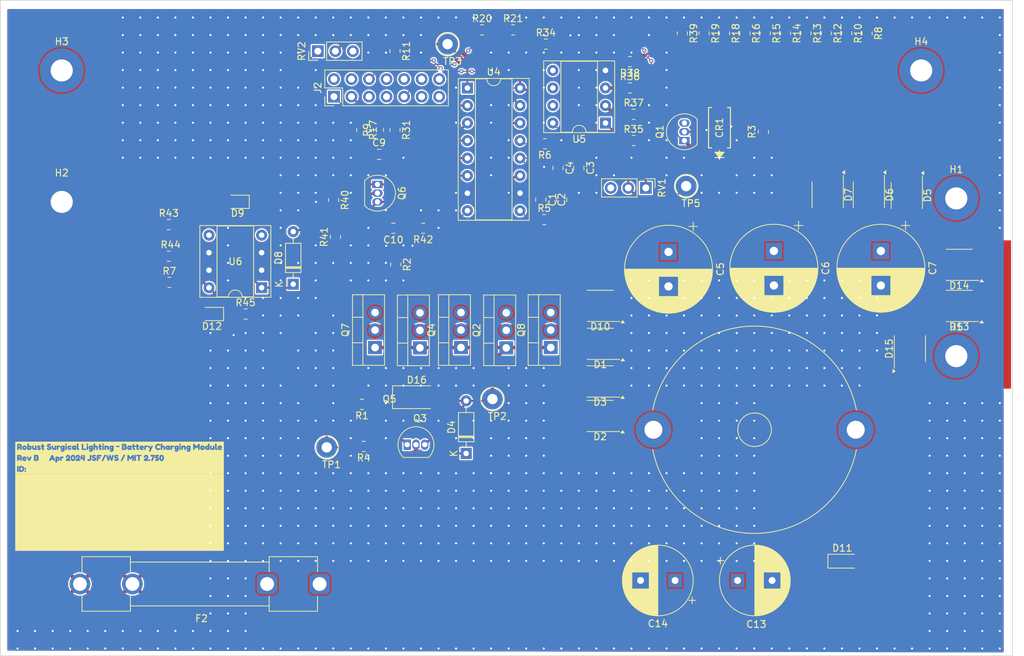
<source format=kicad_pcb>
(kicad_pcb (version 20240108) (generator "pcbnew") (generator_version "8.0")
  (title_block (date "2024-04-26") (rev "B01") (company "Open Surgical Light Project - MIT Medical Device Design Spring 2024") (comment 1 "Drawn by: W. Szeto / J. Fernandez"))
  (layers (0 "F.Cu" signal) (31 "B.Cu" signal) (34 "B.Paste" user) (35 "F.Paste" user) (36 "B.SilkS" user "B.Silkscreen") (37 "F.SilkS" user "F.Silkscreen") (38 "B.Mask" user) (39 "F.Mask" user) (44 "Edge.Cuts" user))
  (property "AUTHOR" "W. Szeto / J. Fernandez")
  (property "PROJECT_REVISION" "B01")
  (property "PROJECT_TITLE" "Battery Charging Module")
  (net 0 "")
  (net 1 "GND")
  (net 2 "BAT+")
  (net 3 "BAT-")
  (net 4 "/FB")
  (net 5 "Net-(C9-Pad1)")
  (net 6 "/CT")
  (net 7 "/VIN")
  (net 8 "Net-(D8-A)")
  (net 9 "Net-(D8-K)")
  (net 10 "Net-(D9-A)")
  (net 11 "Net-(D12-A)")
  (net 12 "/PWM Out")
  (net 13 "/BAT_UNFUSED")
  (net 14 "/VPOut")
  (net 15 "/EA1-")
  (net 16 "/EA1+")
  (net 17 "/EA2+")
  (net 18 "Net-(U5A--)")
  (net 19 "Net-(R35-Pad1)")
  (net 20 "Net-(U5A-+)")
  (net 21 "/RT")
  (net 22 "Net-(U6-REF)")
  (net 24 "/SOLAR 15V")
  (net 25 "Net-(Q1-B)")
  (net 26 "Net-(D4-K)")
  (net 28 "BOOST +24V")
  (net 29 "/GATE")
  (net 30 "SOLAR+")
  (net 31 "IRef")
  (net 34 "unconnected-(J2-Pin_7-Pad7)")
  (net 40 "VRef")
  (net 43 "/5VRef")
  (net 44 "Net-(U4-C1)")
  (net 45 "Net-(U4-E1)")
  (net 46 "Net-(U4-OUTCTRL)")
  (net 47 "/SW")
  (net 48 "/SolarSense")
  (footprint "Resistor_SMD:R_0805_2012Metric" (layer "F.Cu") (at 157.5 77.5)
    (property "Reference" "R5")
    (property "Value" "0805,0")
  )
  (footprint "Resistor_SMD:R_0805_2012Metric_Pad1.20x1.40mm_HandSolder" (layer "F.Cu") (at 139.97 78.74 180)
    (property "Reference" "R42")
    (property "Value" "39K")
  )
  (footprint "Resistor_SMD:R_0805_2012Metric_Pad1.20x1.40mm_HandSolder" (layer "F.Cu") (at 177.5 50.5 -90)
    (property "Reference" "R39")
    (property "Value" "0R1")
  )
  (footprint "Capacitor_SMD:C_0805_2012Metric" (layer "F.Cu") (at 162.51 70 -90)
    (property "Reference" "C3")
    (property "Value" "1uF")
  )
  (footprint "Resistor_SMD:R_0805_2012Metric_Pad1.20x1.40mm_HandSolder" (layer "F.Cu") (at 131.08 64.5 -90)
    (property "Reference" "R17")
    (property "Value" "47K")
  )
  (footprint "Package_DIP:DIP-16_W7.62mm_Socket" (layer "F.Cu") (at 146.37504 58.422458)
    (property "Reference" "U4")
    (property "Value" "TL494")
  )
  (footprint "Resistor_SMD:R_0805_2012Metric_Pad1.20x1.40mm_HandSolder" (layer "F.Cu") (at 114.274 91.176)
    (property "Reference" "R45")
    (property "Value" "2K")
  )
  (footprint "Package_TO_SOT_THT:TO-92_Inline" (layer "F.Cu") (at 177.8 66.04 90)
    (property "Reference" "Q1")
    (property "Value" "2n3904")
  )
  (footprint "Resistor_SMD:R_0805_2012Metric_Pad1.20x1.40mm_HandSolder" (layer "F.Cu") (at 127.27 80.01 90)
    (property "Reference" "R41")
    (property "Value" "10K")
  )
  (footprint "Package_TO_SOT_SMD:Nexperia_CFP15_SOT-1289" (layer "F.Cu") (at 210.45 96.2 90)
    (property "Reference" "D15")
    (property "Value" "PMEG045V150EPD")
  )
  (footprint "Resistor_SMD:R_0805_2012Metric_Pad1.20x1.40mm_HandSolder" (layer "F.Cu") (at 127 74.66 -90)
    (property "Reference" "R40")
    (property "Value" "2K2")
  )
  (footprint "Resistor_SMD:R_0805_2012Metric_Pad1.20x1.40mm_HandSolder" (layer "F.Cu") (at 189.23 64.77 90)
    (property "Reference" "R3")
    (property "Value" "10K")
  )
  (footprint "Connector_PinHeader_2.54mm:PinHeader_1x03_P2.54mm_Vertical" (layer "F.Cu") (at 124.714 53.086 90)
    (property "Reference" "RV2")
    (property "Value" "20K")
  )
  (footprint "Package_TO_SOT_SMD:Nexperia_CFP15_SOT-1289" (layer "F.Cu") (at 165.6 105.95 180)
    (property "Reference" "D2")
    (property "Value" "PMEG045V150EPD")
  )
  (footprint "Resistor_SMD:R_0805_2012Metric" (layer "F.Cu") (at 131.357899 110.366 180)
    (property "Reference" "R4")
    (property "Value" "220R")
  )
  (footprint "Capacitor_SMD:C_0805_2012Metric_Pad1.18x1.45mm_HandSolder" (layer "F.Cu") (at 135.6575 78.74 180)
    (property "Reference" "C10")
    (property "Value" "1nF")
  )
  (footprint "Resistor_SMD:R_0805_2012Metric_Pad1.20x1.40mm_HandSolder" (layer "F.Cu") (at 192.45 50.5 -90)
    (property "Reference" "R14")
    (property "Value" "0R1")
  )
  (footprint "Capacitor_THT:CP_Radial_D10.0mm_P5.00mm" (layer "F.Cu") (at 176.45 129.794 180)
    (property "Reference" "C14")
    (property "Value" "470uF")
  )
  (footprint "Resistor_SMD:R_0805_2012Metric_Pad1.20x1.40mm_HandSolder" (layer "F.Cu") (at 180.65 50.5 -90)
    (property "Reference" "R19")
    (property "Value" "0R1")
  )
  (footprint "Resistor_SMD:R_0805_2012Metric_Pad1.20x1.40mm_HandSolder" (layer "F.Cu") (at 170.45 62.23)
    (property "Reference" "R37")
    (property "Value" "1K")
  )
  (footprint "Resistor_SMD:R_0805_2012Metric_Pad1.20x1.40mm_HandSolder" (layer "F.Cu") (at 189.5 50.5 -90)
    (property "Reference" "R15")
    (property "Value" "0R1")
  )
  (footprint "Resistor_SMD:R_0805_2012Metric_Pad1.20x1.40mm_HandSolder" (layer "F.Cu") (at 135.89 53.07 -90)
    (property "Reference" "R11")
    (property "Value" "2.2K")
  )
  (footprint "MountingHole:MountingHole_3.2mm_M3_Pad_TopBottom" (layer "F.Cu") (at 217.17 74.422)
    (property "Reference" "H1")
    (property "Value" "M3 Hole")
  )
  (footprint "Resistor_SMD:R_0805_2012Metric" (layer "F.Cu") (at 103.2175 86.604)
    (property "Reference" "R7")
    (property "Value" "1K")
  )
  (footprint "Diode_SMD:D_SMA" (layer "F.Cu") (at 139.045399 103.232)
    (property "Reference" "D16")
    (property "Value" "SMAZ15Z-13-F")
  )
  (footprint "Resistor_SMD:R_0805_2012Metric_Pad1.20x1.40mm_HandSolder" (layer "F.Cu") (at 186.55 50.5 -90)
    (property "Reference" "R16")
    (property "Value" "0R1")
  )
  (footprint "Symbols and footprints:SMA_DIO" (layer "F.Cu") (at 182.88 64.1828 90)
    (property "Reference" "CR1")
    (property "Value" "SMAZ15-13-F")
  )
  (footprint "Inductor_THT:L_Radial_D29.8mm_P29.30mm_Murata_1400series" (layer "F.Cu") (at 173.31 107.95)
    (property "Reference" "L2")
    (property "Value" "100uH 10.5A")
  )
  (footprint "Package_TO_SOT_SMD:Nexperia_CFP15_SOT-1289" (layer "F.Cu") (at 204.505 73.9 -90)
    (property "Reference" "D6")
    (property "Value" "PMEG045V150EPD")
  )
  (footprint "MountingHole:MountingHole_3.2mm_M3_Pad_TopBottom" (layer "F.Cu") (at 212.09 55.88)
    (property "Reference" "H4")
    (property "Value" "M3 Hole")
  )
  (footprint "Package_DIP:DIP-8_W7.62mm_Socket" (layer "F.Cu") (at 166.37 63.5 180)
    (property "Reference" "U5")
    (property "Value" "LM358")
  )
  (footprint "Package_TO_SOT_SMD:Nexperia_CFP15_SOT-1289" (layer "F.Cu") (at 210 74 -90)
    (property "Reference" "D5")
    (property "Value" "PMEG045V150EPD")
  )
  (footprint "Resistor_SMD:R_0805_2012Metric" (layer "F.Cu") (at 131.103899 104.27 180)
    (property "Reference" "R1")
    (property "Value" "2k2")
  )
  (footprint "Package_TO_SOT_THT:TO-220-3_Vertical" (layer "F.Cu") (at 145.445 96.04 90)
    (property "Reference" "Q4")
    (property "Value" "fqp27p06")
  )
  (footprint "Capacitor_THT:CP_Radial_D12.5mm_P5.00mm" (layer "F.Cu") (at 175.5 82.176041 -90)
    (property "Reference" "C5")
    (property "Value" "220uF")
  )
  (footprint "Capacitor_SMD:C_0805_2012Metric_Pad1.18x1.45mm_HandSolder" (layer "F.Cu") (at 133.5825 68.04)
    (property "Reference" "C9")
    (property "Value" "100nF")
  )
  (footprint "Package_TO_SOT_THT:TO-220-3_Vertical" (layer "F.Cu") (at 133 96.04 90)
    (property "Reference" "Q7")
    (property "Value" "fqp27p06")
  )
  (footprint "Package_TO_SOT_SMD:Nexperia_CFP15_SOT-1289" (layer "F.Cu") (at 217.6 84.05 180)
    (property "Reference" "D14")
    (property "Value" "PMEG045V150EPD")
  )
  (footprint "Resistor_SMD:R_0805_2012Metric" (layer "F.Cu") (at 148.5 50)
    (property "Reference" "R20")
    (property "Value" "10K")
  )
  (footprint "MountingHole:MountingHole_3.2mm_M3_Pad_TopBottom" (layer "F.Cu") (at 87.63 74.93)
    (property "Reference" "H2")
    (property "Value" "M3 Hole")
  )
  (footprint "Package_TO_SOT_SMD:Nexperia_CFP15_SOT-1289" (layer "F.Cu") (at 217.6 90.005 180)
    (property "Reference" "D13")
    (property "Value" "PMEG045V150EPD")
  )
  (footprint "Package_DIP:DIP-8_W7.62mm_Socket" (layer "F.Cu") (at 116.576 87.366 180)
    (property "Reference" "U6")
    (property "Value" "TL431D")
  )
  (footprint "Connector_PinHeader_2.54mm:PinHeader_1x03_P2.54mm_Vertical" (layer "F.Cu") (at 172.212 72.898 -90)
    (property "Reference" "RV1")
    (property "Value" "20K")
  )
  (footprint "Package_TO_SOT_SMD:Nexperia_CFP15_SOT-1289" (layer "F.Cu") (at 165.6 100.95 180)
    (property "Reference" "D3")
    (property "Value" "PMEG045V150EPD")
  )
  (footprint "TestPoint:TestPoint_Loop_D2.54mm_Drill1.5mm_Beaded" (layer "F.Cu") (at 150 103.5)
    (property "Reference" "TP2")
    (property "Value" "TestPoint")
  )
  (footprint "Capacitor_SMD:C_0805_2012Metric" (layer "F.Cu") (at 157 74.61 -90)
    (property "Reference" "C1")
    (property "Value" "1uF")
  )
  (footprint "TestPoint:TestPoint_Loop_D2.54mm_Drill1.5mm_Beaded" (layer "F.Cu") (at 126 110.5)
    (property "Reference" "TP1")
    (property "Value" "TestPoint")
  )
  (footprint "Resistor_SMD:R_0805_2012Metric_Pad1.20x1.40mm_HandSolder" (layer "F.Cu") (at 133.5 64.5 90)
    (property "Reference" "R9")
    (property "Value" "1K")
  )
  (footprint "Resistor_SMD:R_0805_2012Metric_Pad1.20x1.40mm_HandSolder" (layer "F.Cu") (at 170.45 66.04)
    (property "Reference" "R35")
    (property "Value" "300K")
  )
  (footprint "MountingHole:MountingHole_3.2mm_M3_Pad_TopBottom" (layer "F.Cu") (at 87.63 55.88)
    (property "Reference" "H3")
    (property "Value" "M3 Hole")
  )
  (footprint "LED_SMD:LED_0805_2012Metric" (layer "F.Cu") (at 109.3855 91.176 180)
    (property "Reference" "D12")
    (property "Value" "LED Green")
  )
  (footprint "Package_TO_SOT_THT:TO-92_Inline" (layer "F.Cu") (at 133.35 72.39 -90)
    (property "Reference" "Q6")
    (property "Value" "2N3906")
  )
  (footprint "Package_TO_SOT_THT:TO-220-3_Vertical" (layer "F.Cu") (at 158.445 96.04 90)
    (property "Reference" "Q8")
    (property "Value" "fqp27p06")
  )
  (footprint "Resistor_SMD:R_0805_2012Metric" (layer "F.Cu") (at 153 50)
    (property "Reference" "R21")
    (property "Value" "1K")
  )
  (footprint "MountingHole:MountingHole_3.2mm_M3_Pad_TopBottom" (layer "F.Cu") (at 217.17 97.282)
    (property "Reference" "H5")
    (property "Value" "M3 Hole")
  )
  (footprint "Diode_THT:D_DO-35_SOD27_P7.62mm_Horizontal" (layer "F.Cu") (at 121.148 86.858 90)
    (property "Reference" "D8")
    (property "Value" "1N4148")
  )
  (footprint "kibuzzard-662C4D98" (layer "F.Cu") (at 96 112)
    (property "Reference" "kibuzzard-662C4D98" (hide yes))
    (property "Value" "G***" (hide yes))
  )
  (footprint "Capacitor_THT:CP_Radial_D12.5mm_P5.00mm" (layer "F.Cu") (at 206.248 82.042 -90)
    (property "Reference" "C7")
    (property "Value" "470uF")
  )
  (footprint "Capacitor_THT:CP_Radial_D10.0mm_P5.00mm" (layer "F.Cu") (at 185.5 129.794)
    (property "Reference" "C13")
    (property "Value" "220uF")
  )
  (footprint "Resistor_SMD:R_0805_2012Metric_Pad1.20x1.40mm_HandSolder" (layer "F.Cu") (at 103.13 82.794)
    (property "Reference" "R44")
    (property "Value" "10K")
  )
  (footprint "Package_TO_SOT_SMD:Nexperia_CFP15_SOT-1289" (layer "F.Cu") (at 165.62 90 180)
    (property "Reference" "D10")
    (property "Value" "PMEG045V150EPD")
  )
  (footprint "Capacitor_SMD:C_0805_2012Metric" (layer "F.Cu") (at 160.02 74.61 -90)
    (property "Reference" "C2")
    (property "Value" "0.1uF")
  )
  (footprint "Resistor_SMD:R_0805_2012Metric_Pad1.20x1.40mm_HandSolder" (layer "F.Cu") (at 204.25 50.5 -90)
    (property "Reference" "R8")
    (property "Value" "0R1")
  )
  (footprint "Resistor_SMD:R_0805_2012Metric" (layer "F.Cu") (at 136 84 -90)
    (property "Reference" "R2")
    (property "Value" "0805,0")
  )
  (footprint "Resistor_SMD:R_0805_2012Metric_Pad1.20x1.40mm_HandSolder" (layer "F.Cu") (at 198.35 50.5 -90)
    (property "Reference" "R12")
    (property "Value" "0R1")
  )
  (footprint "Resistor_SMD:R_0805_2012Metric_Pad1.20x1.40mm_HandSolder" (layer "F.Cu") (at 135.89 64.5 -90)
    (property "Reference" "R31")
    (property "Value" "56k")
  )
  (footprint "Resistor_SMD:R_0805_2012Metric_Pad1.20x1.40mm_HandSolder" (layer "F.Cu") (at 169.91 58.42)
    (property "Reference" "R36")
    (property "Value" "300K")
  )
  (footprint "Fuse:Fuseholder_Clip-6.3x32mm_Littelfuse_102071_Inline_P34.70x7.60mm_D2.00mm_Horizontal" (layer "F.Cu") (at 124.968 130.302 180)
    (property "Reference" "F2")
    (property "Value" "12A")
  )
  (footprint "Package_TO_SOT_SMD:Nexperia_CFP15_SOT-1289" (layer "F.Cu") (at 198.55 73.9 -90)
    (property "Reference" "D7")
    (property "Value" "PMEG045V150EPD")
  )
  (footprint "Resistor_SMD:R_0805_2012Metric_Pad1.20x1.40mm_HandSolder" (layer "F.Cu") (at 195.4 50.5 -90)
    (property "Reference" "R13")
    (property "Value" "0R1")
  )
  (footprint "Package_TO_SOT_SMD:Nexperia_CFP15_SOT-1289" (layer "F.Cu") (at 165.62 95.5 180)
    (property "Reference" "D1")
    (property "Value" "PMEG045V150EPD")
  )
  (footprint "Package_TO_SOT_THT:TO-220-3_Vertical" (layer "F.Cu") (at 152 96.08 90)
    (property "Reference" "Q2")
    (property "Value" "fqp27p06")
  )
  (footprint "Package_TO_SOT_THT:TO-92_Inline" (layer "F.Cu") (at 137.656 110.112)
    (property "Reference" "Q3")
    (property "Value" "BC337")
  )
  (footprint "Resistor_SMD:R_0805_2012Metric_Pad1.20x1.40mm_HandSolder" (layer "F.Cu") (at 169.91 54.61 180)
    (property "Reference" "R38")
    (property "Value" "1K")
  )
  (footprint "Connector_PinHeader_2.54mm:PinHeader_2x07_P2.54mm_Vertical" (layer "F.Cu") (at 127.04633 59.67506 90)
    (property "Reference" "J2")
    (property "Value" "2x7 P2.54mm")
  )
  (footprint "Capacitor_SMD:C_0805_2012Metric" (layer "F.Cu") (at 159.5 70 -90)
    (property "Reference" "C4")
    (property "Value" "0.1uF")
  )
  (footprint "Diode_SMD:D_SOD-123F" (layer "F.Cu") (at 200.784 127)
    (property "Reference" "D11")
    (property "Value" "SZSMF4L15CAT3G")
  )
  (footprint "TestPoint:TestPoint_Loop_D2.54mm_Drill1.5mm_Beaded" (layer "F.Cu") (at 143.51 52.07)
    (property "Reference" "TP3")
    (property "Value" "TestPoint")
  )
  (footprint "Resistor_SMD:R_0805_2012Metric" (layer "F.Cu") (at 157.5875 66.5 180)
    (property "Reference" "R6")
    (property "Value" "0805,0")
  )
  (footprint "Capacitor_THT:CP_Radial_D12.5mm_P5.00mm" (layer "F.Cu") (at 190.754 82.042 -90)
    (property "Reference" "C6")
    (property "Value" "470uF")
  )
  (footprint "Resistor_SMD:R_0805_2012Metric_Pad1.20x1.40mm_HandSolder" (layer "F.Cu") (at 183.6 50.5 -90)
    (property "Reference" "R18")
    (property "Value" "0R1")
  )
  (footprint "LED_SMD:LED_0805_2012Metric" (layer "F.Cu") (at 113.0985 74.92 180)
    (property "Reference" "D9")
    (property "Value" "Green Led")
  )
  (footprint "Resistor_SMD:R_0805_2012Metric_Pad1.20x1.40mm_HandSolder" (layer "F.Cu") (at 201.3 50.5 -90)
    (property "Reference" "R10")
    (property "Value" "0R1")
  )
  (footprint "Diode_THT:D_DO-35_SOD27_P7.62mm_Horizontal" (layer "F.Cu") (at 146.193399 111.382 90)
    (property "Reference" "D4")
    (property "Value" "1N4148")
  )
  (footprint "Resistor_SMD:R_0805_2012Metric_Pad1.20x1.40mm_HandSolder" (layer "F.Cu") (at 103.13 78.222)
    (property "Reference" "R43")
    (property "Value" "2K2")
  )
  (footprint "TestPoint:TestPoint_Loop_D2.54mm_Drill1.5mm_Beaded" (layer "F.Cu") (at 178.054 72.644)
    (property "Reference" "TP5")
    (property "Value" "TestPoint")
  )
  (footprint "Resistor_SMD:R_0805_2012Metric_Pad1.20x1.40mm_HandSolder" (layer "F.Cu") (at 157.74 52.06)
    (property "Reference" "R34")
    (property "Value" "560R")
  )
  (footprint "Package_TO_SOT_THT:TO-220-3_Vertical" (layer "F.Cu") (at 139.5 96.08 90)
    (property "Reference" "Q5")
    (property "Value" "fqp27p06")
  )
  (gr_rect (start 80.894949 114.321798) (end 111.105051 125.5) (fill solid) (layer "F.SilkS"))
  (gr_rect (start 78.74 45.72) (end 225.298 140.716) (stroke (width 0.1)) (fill none) (layer "Edge.Cuts"))
  (segment (start 158.58 70.95) (end 157.48 69.85) (width 0.5) (layer "F.Cu") (net 1))
  (segment (start 115.274 91.176) (end 115.274 91.482) (width 0.3) (layer "F.Cu") (net 1))
  (segment (start 125.19 75.66) (end 124.46 74.93) (width 0.5) (layer "F.Cu") (net 1))
  (segment (start 183.995 60.9354) (end 183.998131 60.9354) (width 0.3) (layer "F.Cu") (net 1))
  (segment (start 182.88 62.0504) (end 183.995 60.9354) (width 0.3) (layer "F.Cu") (net 1))
  (segment (start 190.5 129.794) (end 196.59 129.794) (width 0.3) (layer "F.Cu") (net 1))
  (segment (start 158.74 52.06) (end 160.03 52.06) (width 0.5) (layer "F.Cu") (net 1))
  (segment (start 171.45 58.96) (end 170.91 58.42) (width 0.5) (layer "F.Cu") (net 1))
  (segment (start 182.076332 61.2886) (end 181.408669 61.2886) (width 0.3) (layer "F.Cu") (net 1))
  (segment (start 138.97 78.74) (end 138.97 80.74) (width 0.5) (layer "F.Cu") (net 1))
  (segment (start 156.21 75.56) (end 160.02 75.56) (width 0.5) (layer "F.Cu") (net 1))
  (segment (start 155.892582 75.56) (end 153.99504 73.662458) (width 0.5) (layer "F.Cu") (net 1))
  (segment (start 182.88 62.3256) (end 182.88 62.092268) (width 0.3) (layer "F.Cu") (net 1))
  (segment (start 182.88 62.0504) (end 182.1182 61.2886) (width 0.3) (layer "F.Cu") (net 1))
  (segment (start 171.45 62.23) (end 171.45 58.96) (width 0.5) (layer "F.Cu") (net 1))
  (segment (start 159.5 70.95) (end 158.65 70.95) (width 0.5) (layer "F.Cu") (net 1))
  (segment (start 127 75.66) (end 125.19 75.66) (width 0.5) (layer "F.Cu") (net 1))
  (segment (start 182.88 62.092268) (end 182.076332 61.2886) (width 0.3) (layer "F.Cu") (net 1))
  (segment (start 137.5 54) (end 135.96 54) (width 0.3) (layer "F.Cu") (net 1))
  (segment (start 190.246 87.55) (end 190.754 87.042) (width 0.3) (layer "F.Cu") (net 1))
  (segment (start 181 61.697269) (end 181 64.5) (width 0.3) (layer "F.Cu") (net 1))
  (segment (start 182.88 62.3256) (end 182.88 62.0504) (width 0.3) (layer "F.Cu") (net 1))
  (segment (start 111.373 92.226) (end 111.373 93.085) (width 0.3) (layer "F.Cu") (net 1))
  (segment (start 183.998131 60.9354) (end 184.589199 61.526468) (width 0.3) (layer "F.Cu") (net 1))
  (segment (start 134.62 78.74) (end 134.62 81.28) (width 0.5) (layer "F.Cu") (net 1))
  (segment (start 115.274 91.482) (end 112.522 94.234) (width 0.3) (layer "F.Cu") (net 1))
  (segment (start 111.373 93.085) (end 112.522 94.234) (width 0.3) (layer "F.Cu") (net 1))
  (segment (start 135.96 54) (end 135.89 54.07) (width 0.3) (layer "F.Cu") (net 1))
  (segment (start 170.91 58.42) (end 171.18 58.69) (width 0.5) (layer "F.Cu") (net 1))
  (segment (start 159.5 70.95) (end 162.51 70.95) (width 0.5) (layer "F.Cu") (net 1))
  (segment (start 159.5 70.95) (end 158.58 70.95) (width 0.5) (layer "F.Cu") (net 1))
  (segment (start 110.323 91.176) (end 111.373 92.226) (width 0.3) (layer "F.Cu") (net 1))
  (segment (start 115.274 91.144) (end 115.274 91.176) (width 0.3) (layer "F.Cu") (net 1))
  (segment (start 160.03 52.06) (end 161.29 50.8) (width 0.5) (layer "F.Cu") (net 1))
  (segment (start 181.408669 61.2886) (end 181 61.697269) (width 0.3) (layer "F.Cu") (net 1))
  (segment (start 156.21 75.56) (end 155.892582 75.56) (width 0.5) (layer "F.Cu") (net 1))
  (segment (start 138.97 80.74) (end 138.43 81.28) (width 0.5) (layer "F.Cu") (net 1))
  (segment (start 184.589199 61.526468) (end 184.589199 64) (width 0.3) (layer "F.Cu") (net 1))
  (segment (start 196.59 129.794) (end 199.384 127) (width 0.3) (layer "F.Cu") (net 1))
  (via (at 149.81 119.33) (size 0.6) (drill 0.3) (layers "F.Cu" "B.Cu") (net 1))
  (via (at 116.79 121.87) (size 0.6) (drill 0.3) (layers "F.Cu" "B.Cu") (net 1))
  (via (at 154.89 121.87) (size 0.6) (drill 0.3) (layers "F.Cu" "B.Cu") (net 1))
  (via (at 185.37 111.71) (size 0.6) (drill 0.3) (layers "F.Cu" "B.Cu") (net 1))
  (via (at 109.17 126.95) (size 0.6) (drill 0.3) (layers "F.Cu" "B.Cu") (net 1))
  (via (at 142.19 116.79) (size 0.6) (drill 0.3) (layers "F.Cu" "B.Cu") (net 1))
  (via (at 159.97 116.79) (size 0.6) (drill 0.3) (layers "F.Cu" "B.Cu") (net 1))
  (via (at 126.95 71.07) (size 0.6) (drill 0.3) (layers "F.Cu" "B.Cu") (net 1))
  (via (at 167.59 53.29) (size 0.6) (drill 0.3) (layers "F.Cu" "B.Cu") (net 1))
  (via (at 91.39 139.65) (size 0.6) (drill 0.3) (layers "F.Cu" "B.Cu") (net 1))
  (via (at 187.91 68.53) (size 0.6) (drill 0.3) (layers "F.Cu" "B.Cu") (net 1))
  (via (at 139.65 76.15) (size 0.6) (drill 0.3) (layers "F.Cu" "B.Cu") (net 1))
  (via (at 213.31 114.25) (size 0.6) (drill 0.3) (layers "F.Cu" "B.Cu") (net 1))
  (via (at 215.85 106.63) (size 0.6) (drill 0.3) (layers "F.Cu" "B.Cu") (net 1))
  (via (at 157.43 50.75) (size 0.6) (drill 0.3) (layers "F.Cu" "B.Cu") (net 1))
  (via (at 213.31 121.87) (size 0.6) (drill 0.3) (layers "F.Cu" "B.Cu") (net 1))
  (via (at 129.49 73.61) (size 0.6) (drill 0.3) (layers "F.Cu" "B.Cu") (net 1))
  (via (at 200.61 91.39) (size 0.6) (drill 0.3) (layers "F.Cu" "B.Cu") (net 1))
  (via (at 132.03 71.07) (size 0.6) (drill 0.3) (layers "F.Cu" "B.Cu") (net 1))
  (via (at 129.49 48.21) (size 0.6) (drill 0.3) (layers "F.Cu" "B.Cu") (net 1))
  (via (at 124.41 68.53) (size 0.6) (drill 0.3) (layers "F.Cu" "B.Cu") (net 1))
  (via (at 154.89 104.09) (size 0.6) (drill 0.3) (layers "F.Cu" "B.Cu") (net 1))
  (via (at 223.47 68.53) (size 0.6) (drill 0.3) (layers "F.Cu" "B.Cu") (net 1))
  (via (at 175.21 55.83) (size 0.6) (drill 0.3) (layers "F.Cu" "B.Cu") (net 1))
  (via (at 187.91 73.61) (size 0.6) (drill 0.3) (layers "F.Cu" "B.Cu") (net 1))
  (via (at 218.39 111.71) (size 0.6) (drill 0.3) (layers "F.Cu" "B.Cu") (net 1))
  (via (at 200.61 93.93) (size 0.6) (drill 0.3) (layers "F.Cu" "B.Cu") (net 1))
  (via (at 86.31 137.11) (size 0.6) (drill 0.3) (layers "F.Cu" "B.Cu") (net 1))
  (via (at 167.59 114.25) (size 0.6) (drill 0.3) (layers "F.Cu" "B.Cu") (net 1))
  (via (at 175.21 99.01) (size 0.6) (drill 0.3) (layers "F.Cu" "B.Cu") (net 1))
  (via (at 195.53 101.55) (size 0.6) (drill 0.3) (layers "F.Cu" "B.Cu") (net 1))
  (via (at 170.13 121.87) (size 0.6) (drill 0.3) (layers "F.Cu" "B.Cu") (net 1))
  (via (at 218.39 124.41) (size 0.6) (drill 0.3) (layers "F.Cu" "B.Cu") (net 1))
  (via (at 119.33 104.09) (size 0.6) (drill 0.3) (layers "F.Cu" "B.Cu") (net 1))
  (via (at 129.49 121.87) (size 0.6) (drill 0.3) (layers "F.Cu" "B.Cu") (net 1))
  (via (at 132.03 83.77) (size 0.6) (drill 0.3) (layers "F.Cu" "B.Cu") (net 1))
  (via (at 106.63 53.29) (size 0.6) (drill 0.3) (layers "F.Cu" "B.Cu") (net 1))
  (via (at 96.47 65.99) (size 0.6) (drill 0.3) (layers "F.Cu" "B.Cu") (net 1))
  (via (at 134.57 114.25) (size 0.6) (drill 0.3) (layers "F.Cu" "B.Cu") (net 1))
  (via (at 180.29 93.93) (size 0.6) (drill 0.3) (layers "F.Cu" "B.Cu") (net 1))
  (via (at 109.17 121.87) (size 0.6) (drill 0.3) (layers "F.Cu" "B.Cu") (net 1))
  (via (at 114.25 93.93) (size 0.6) (drill 0.3) (layers "F.Cu" "B.Cu") (net 1))
  (via (at 213.31 139.65) (size 0.6) (drill 0.3) (layers "F.Cu" "B.Cu") (net 1))
  (via (at 109.17 65.99) (size 0.6) (drill 0.3) (layers "F.Cu" "B.Cu") (net 1))
  (via (at 187.91 101.55) (size 0.6) (drill 0.3) (layers "F.Cu" "B.Cu") (net 1))
  (via (at 220.93 111.71) (size 0.6) (drill 0.3) (layers "F.Cu" "B.Cu") (net 1))
  (via (at 198.07 88.85) (size 0.6) (drill 0.3) (layers "F.Cu" "B.Cu") (net 1))
  (via (at 198.07 86.31) (size 0.6) (drill 0.3) (layers "F.Cu" "B.Cu") (net 1))
  (via (at 215.85 132.03) (size 0.6) (drill 0.3) (layers "F.Cu" "B.Cu") (net 1))
  (via (at 144.73 116.79) (size 0.6) (drill 0.3) (layers "F.Cu" "B.Cu") (net 1))
  (via (at 213.31 124.41) (size 0.6) (drill 0.3) (layers "F.Cu" "B.Cu") (net 1))
  (via (at 175.21 101.55) (size 0.6) (drill 0.3) (layers "F.Cu" "B.Cu") (net 1))
  (via (at 167.59 48.21) (size 0.6) (drill 0.3) (layers "F.Cu" "B.Cu") (net 1))
  (via (at 172.67 91.39) (size 0.6) (drill 0.3) (layers "F.Cu" "B.Cu") (net 1))
  (via (at 180.29 114.25) (size 0.6) (drill 0.3) (layers "F.Cu" "B.Cu") (net 1))
  (via (at 142.19 119.33) (size 0.6) (drill 0.3) (layers "F.Cu" "B.Cu") (net 1))
  (via (at 99.01 139.65) (size 0.6) (drill 0.3) (layers "F.Cu" "B.Cu") (net 1))
  (via (at 124.41 71.07) (size 0.6) (drill 0.3) (layers "F.Cu" "B.Cu") (net 1))
  (via (at 170.13 55.83) (size 0.6) (drill 0.3) (layers "F.Cu" "B.Cu") (net 1))
  (via (at 147.27 119.33) (size 0.6) (drill 0.3) (layers "F.Cu" "B.Cu") (net 1))
  (via (at 182.83 99.01) (size 0.6) (drill 0.3) (layers "F.Cu" "B.Cu") (net 1))
  (via (at 101.55 63.45) (size 0.6) (drill 0.3) (layers "F.Cu" "B.Cu") (net 1))
  (via (at 172.67 48.21) (size 0.6) (drill 0.3) (layers "F.Cu" "B.Cu") (net 1))
  (via (at 180.29 121.87) (size 0.6) (drill 0.3) (layers "F.Cu" "B.Cu") (net 1))
  (via (at 185.37 126.95) (size 0.6) (drill 0.3) (layers "F.Cu" "B.Cu") (net 1))
  (via (at 114.25 121.87) (size 0.6) (drill 0.3) (layers "F.Cu" "B.Cu") (net 1))
  (via (at 223.47 126.95) (size 0.6) (drill 0.3) (layers "F.Cu" "B.Cu") (net 1))
  (via (at 114.25 58.37) (size 0.6) (drill 0.3) (layers "F.Cu" "B.Cu") (net 1))
  (via (at 137.11 86.31) (size 0.6) (drill 0.3) (layers "F.Cu" "B.Cu") (net 1))
  (via (at 124.41 63.45) (size 0.6) (drill 0.3) (layers "F.Cu" "B.Cu") (net 1))
  (via (at 154.89 106.63) (size 0.6) (drill 0.3) (layers "F.Cu" "B.Cu") (net 1))
  (via (at 177.75 93.93) (size 0.6) (drill 0.3) (layers "F.Cu" "B.Cu") (net 1))
  (via (at 185.37 86.31) (size 0.6) (drill 0.3) (layers "F.Cu" "B.Cu") (net 1))
  (via (at 154.89 99.01) (size 0.6) (drill 0.3) (layers "F.Cu" "B.Cu") (net 1))
  (via (at 114.25 137.11) (size 0.6) (drill 0.3) (layers "F.Cu" "B.Cu") (net 1))
  (via (at 223.47 73.61) (size 0.6) (drill 0.3) (layers "F.Cu" "B.Cu") (net 1))
  (via (at 203.15 99.01) (size 0.6) (drill 0.3) (layers "F.Cu" "B.Cu") (net 1))
  (via (at 180.29 126.95) (size 0.6) (drill 0.3) (layers "F.Cu" "B.Cu") (net 1))
  (via (at 190.45 68.53) (size 0.6) (drill 0.3) (layers "F.Cu" "B.Cu") (net 1))
  (via (at 114.25 50.75) (size 0.6) (drill 0.3) (layers "F.Cu" "B.Cu") (net 1))
  (via (at 172.67 93.93) (size 0.6) (drill 0.3) (layers "F.Cu" "B.Cu") (net 1))
  (via (at 121.87 91.39) (size 0.6) (drill 0.3) (layers "F.Cu" "B.Cu") (net 1))
  (via (at 172.67 124.41) (size 0.6) (drill 0.3) (layers "F.Cu" "B.Cu") (net 1))
  (via (at 83.77 139.65) (size 0.6) (drill 0.3) (layers "F.Cu" "B.Cu") (net 1))
  (via (at 126.95 114.25) (size 0.6) (drill 0.3) (layers "F.Cu" "B.Cu") (net 1))
  (via (at 116.79 53.29) (size 0.6) (drill 0.3) (layers "F.Cu" "B.Cu") (net 1))
  (via (at 132.03 78.69) (size 0.6) (drill 0.3) (layers "F.Cu" "B.Cu") (net 1))
  (via (at 137.11 48.21) (size 0.6) (drill 0.3) (layers "F.Cu" "B.Cu") (net 1))
  (via (at 154.89 101.55) (size 0.6) (drill 0.3) (layers "F.Cu" "B.Cu") (net 1))
  (via (at 129.49 65.99) (size 0.6) (drill 0.3) (layers "F.Cu" "B.Cu") (net 1))
  (via (at 162.51 58.37) (size 0.6) (drill 0.3) (layers "F.Cu" "B.Cu") (net 1))
  (via (at 187.91 96.47) (size 0.6) (drill 0.3) (layers "F.Cu" "B.Cu") (net 1))
  (via (at 129.49 68.53) (size 0.6) (drill 0.3) (layers "F.Cu" "B.Cu") (net 1))
  (via (at 200.61 99.01) (size 0.6) (drill 0.3) (layers "F.Cu" "B.Cu") (net 1))
  (via (at 106.63 55.83) (size 0.6) (drill 0.3) (layers "F.Cu" "B.Cu") (net 1))
  (via (at 106.63 60.91) (size 0.6) (drill 0.3) (layers "F.Cu" "B.Cu") (net 1))
  (via (at 114.25 48.21) (size 0.6) (drill 0.3) (layers "F.Cu" "B.Cu") (net 1))
  (via (at 124.41 116.79) (size 0.6) (drill 0.3) (layers "F.Cu" "B.Cu") (net 1))
  (via (at 134.57 83.77) (size 0.6) (drill 0.3) (layers "F.Cu" "B.Cu") (net 1))
  (via (at 215.85 124.41) (size 0.6) (drill 0.3) (layers "F.Cu" "B.Cu") (net 1))
  (via (at 119.33 121.87) (size 0.6) (drill 0.3) (layers "F.Cu" "B.Cu") (net 1))
  (via (at 157.43 119.33) (size 0.6) (drill 0.3) (layers "F.Cu" "B.Cu") (net 1))
  (via (at 104.09 63.45) (size 0.6) (drill 0.3) (layers "F.Cu" "B.Cu") (net 1))
  (via (at 109.17 137.11) (size 0.6) (drill 0.3) (layers "F.Cu" "B.Cu") (net 1))
  (via (at 172.67 119.33) (size 0.6) (drill 0.3) (layers "F.Cu" "B.Cu") (net 1))
  (via (at 124.41 93.93) (size 0.6) (drill 0.3) (layers "F.Cu" "B.Cu") (net 1))
  (via (at 185.37 104.09) (size 0.6) (drill 0.3) (layers "F.Cu" "B.Cu") (net 1))
  (via (at 177.75 116.79) (size 0.6) (drill 0.3) (layers "F.Cu" "B.Cu") (net 1))
  (via (at 157.43 63.45) (size 0.6) (drill 0.3) (layers "F.Cu" "B.Cu") (net 1))
  (via (at 126.95 96.47) (size 0.6) (drill 0.3) (layers "F.Cu" "B.Cu") (net 1))
  (via (at 223.47 132.03) (size 0.6) (drill 0.3) (layers "F.Cu" "B.Cu") (net 1))
  (via (at 106.63 137.11) (size 0.6) (drill 0.3) (layers "F.Cu" "B.Cu") (net 1))
  (via (at 137.11 116.79) (size 0.6) (drill 0.3) (layers "F.Cu" "B.Cu") (net 1))
  (via (at 172.67 114.25) (size 0.6) (drill 0.3) (layers "F.Cu" "B.Cu") (net 1))
  (via (at 101.55 65.99) (size 0.6) (drill 0.3) (layers "F.Cu" "B.Cu") (net 1))
  (via (at 124.41 119.33) (size 0.6) (drill 0.3) (layers "F.Cu" "B.Cu") (net 1))
  (via (at 126.95 126.95) (size 0.6) (drill 0.3) (layers "F.Cu" "B.Cu") (net 1))
  (via (at 152.35 68.53) (size 0.6) (drill 0.3) (layers "F.Cu" "B.Cu") (net 1))
  (via (at 167.59 50.75) (size 0.6) (drill 0.3) (layers "F.Cu" "B.Cu") (net 1))
  (via (at 109.17 48.21) (size 0.6) (drill 0.3) (layers "F.Cu" "B.Cu") (net 1))
  (via (at 124.41 86.31) (size 0.6) (drill 0.3) (layers "F.Cu" "B.Cu") (net 1))
  (via (at 220.93 126.95) (size 0.6) (drill 0.3) (layers "F.Cu" "B.Cu") (net 1))
  (via (at 149.81 71.07) (size 0.6) (drill 0.3) (layers "F.Cu" "B.Cu") (net 1))
  (via (at 147.27 101.55) (size 0.6) (drill 0.3) (layers "F.Cu" "B.Cu") (net 1))
  (via (at 172.67 99.01) (size 0.6) (drill 0.3) (layers "F.Cu" "B.Cu") (net 1))
  (via (at 93.93 137.11) (size 0.6) (drill 0.3) (layers "F.Cu" "B.Cu") (net 1))
  (via (at 165.05 124.41) (size 0.6) (drill 0.3) (layers "F.Cu" "B.Cu") (net 1))
  (via (at 218.39 121.87) (size 0.6) (drill 0.3) (layers "F.Cu" "B.Cu") (net 1))
  (via (at 195.53 96.47) (size 0.6) (drill 0.3) (layers "F.Cu" "B.Cu") (net 1))
  (via (at 121.87 119.33) (size 0.6) (drill 0.3) (layers "F.Cu" "B.Cu") (net 1))
  (via (at 198.07 99.01) (size 0.6) (drill 0.3) (layers "F.Cu" "B.Cu") (net 1))
  (via (at 142.19 139.65) (size 0.6) (drill 0.3) (layers "F.Cu" "B.Cu") (net 1))
  (via (at 104.09 53.29) (size 0.6) (drill 0.3) (layers "F.Cu" "B.Cu") (net 1))
  (via (at 152.35 60.91) (size 0.6) (drill 0.3) (layers "F.Cu" "B.Cu") (net 1))
  (via (at 147.27 48.21) (size 0.6) (drill 0.3) (layers "F.Cu" "B.Cu") (net 1))
  (via (at 116.79 68.53) (size 0.6) (drill 0.3) (layers "F.Cu" "B.Cu") (net 1))
  (via (at 114.25 104.09) (size 0.6) (drill 0.3) (layers "F.Cu" "B.Cu") (net 1))
  (via (at 149.81 114.25) (size 0.6) (drill 0.3) (layers "F.Cu" "B.Cu") (net 1))
  (via (at 187.91 86.31) (size 0.6) (drill 0.3) (layers "F.Cu" "B.Cu") (net 1))
  (via (at 111.71 99.01) (size 0.6) (drill 0.3) (layers "F.Cu" "B.Cu") (net 1))
  (via (at 220.93 121.87) (size 0.6) (drill 0.3) (layers "F.Cu" "B.Cu") (net 1))
  (via (at 177.75 121.87) (size 0.6) (drill 0.3) (layers "F.Cu" "B.Cu") (net 1))
  (via (at 159.97 124.41) (size 0.6) (drill 0.3) (layers "F.Cu" "B.Cu") (net 1))
  (via (at 124.41 101.55) (size 0.6) (drill 0.3) (layers "F.Cu" "B.Cu") (net 1))
  (via (at 215.85 137.11) (size 0.6) (drill 0.3) (layers "F.Cu" "B.Cu") (net 1))
  (via (at 223.47 65.99) (size 0.6) (drill 0.3) (layers "F.Cu" "B.Cu") (net 1))
  (via (at 114.25 106.63) (size 0.6) (drill 0.3) (layers "F.Cu" "B.Cu") (net 1))
  (via (at 162.51 124.41) (size 0.6) (drill 0.3) (layers "F.Cu" "B.Cu") (net 1))
  (via (at 170.13 93.93) (size 0.6) (drill 0.3) (layers "F.Cu" "B.Cu") (net 1))
  (via (at 170.13 114.25) (size 0.6) (drill 0.3) (layers "F.Cu" "B.Cu") (net 1))
  (via (at 124.41 139.65) (size 0.6) (drill 0.3) (layers "F.Cu" "B.Cu") (net 1))
  (via (at 187.91 121.87) (size 0.6) (drill 0.3) (layers "F.Cu" "B.Cu") (net 1))
  (via (at 139.65 101.55) (size 0.6) (drill 0.3) (layers "F.Cu" "B.Cu") (net 1))
  (via (at 187.91 99.01) (size 0.6) (drill 0.3) (layers "F.Cu" "B.Cu") (net 1))
  (via (at 111.71 129.49) (size 0.6) (drill 0.3) (layers "F.Cu" "B.Cu") (net 1))
  (via (at 137.11 124.41) (size 0.6) (drill 0.3) (layers "F.Cu" "B.Cu") (net 1))
  (via (at 177.75 86.31) (size 0.6) (drill 0.3) (layers "F.Cu" "B.Cu") (net 1))
  (via (at 175.21 116.79) (size 0.6) (drill 0.3) (layers "F.Cu" "B.Cu") (net 1))
  (via (at 152.35 101.55) (size 0.6) (drill 0.3) (layers "F.Cu" "B.Cu") (net 1))
  (via (at 170.13 101.55) (size 0.6) (drill 0.3) (layers "F.Cu" "B.Cu") (net 1))
  (via (at 116.79 139.65) (size 0.6) (drill 0.3) (layers "F.Cu" "B.Cu") (net 1))
  (via (at 121.87 88.85) (size 0.6) (drill 0.3) (layers "F.Cu" "B.Cu") (net 1))
  (via (at 137.11 139.65) (size 0.6) (drill 0.3) (layers "F.Cu" "B.Cu") (net 1))
  (via (at 109.17 58.37) (size 0.6) (drill 0.3) (layers "F.Cu" "B.Cu") (net 1))
  (via (at 182.83 48.21) (size 0.6) (drill 0.3) (layers "F.Cu" "B.Cu") (net 1))
  (via (at 134.57 124.41) (size 0.6) (drill 0.3) (layers "F.Cu" "B.Cu") (net 1))
  (via (at 137.11 126.95) (size 0.6) (drill 0.3) (layers "F.Cu" "B.Cu") (net 1))
  (via (at 170.13 99.01) (size 0.6) (drill 0.3) (layers "F.Cu" "B.Cu") (net 1))
  (via (at 111.71 111.71) (size 0.6) (drill 0.3) (layers "F.Cu" "B.Cu") (net 1))
  (via (at 134.57 53.29) (size 0.6) (drill 0.3) (layers "F.Cu" "B.Cu") (net 1))
  (via (at 116.79 60.91) (size 0.6) (drill 0.3) (layers "F.Cu" "B.Cu") (net 1))
  (via (at 182.83 68.53) (size 0.6) (drill 0.3) (layers "F.Cu" "B.Cu") (net 1))
  (via (at 121.87 116.79) (size 0.6) (drill 0.3) (layers "F.Cu" "B.Cu") (net 1))
  (via (at 157.43 109.17) (size 0.6) (drill 0.3) (layers "F.Cu" "B.Cu") (net 1))
  (via (at 182.83 101.55) (size 0.6) (drill 0.3) (layers "F.Cu" "B.Cu") (net 1))
  (via (at 109.17 55.83) (size 0.6) (drill 0.3) (layers "F.Cu" "B.Cu") (net 1))
  (via (at 99.01 50.75) (size 0.6) (drill 0.3) (layers "F.Cu" "B.Cu") (net 1))
  (via (at 114.25 126.95) (size 0.6) (drill 0.3) (layers "F.Cu" "B.Cu") (net 1))
  (via (at 182.83 88.85) (size 0.6) (drill 0.3) (layers "F.Cu" "B.Cu") (net 1))
  (via (at 182.83 104.09) (size 0.6) (drill 0.3) (layers "F.Cu" "B.Cu") (net 1))
  (via (at 154.89 126.95) (size 0.6) (drill 0.3) (layers "F.Cu" "B.Cu") (net 1))
  (via (at 165.05 126.95) (size 0.6) (drill 0.3) (layers "F.Cu" "B.Cu") (net 1))
  (via (at 223.47 106.63) (size 0.6) (drill 0.3) (layers "F.Cu" "B.Cu") (net 1))
  (via (at 192.99 86.31) (size 0.6) (drill 0.3) (layers "F.Cu" "B.Cu") (net 1))
  (via (at 223.47 104.09) (size 0.6) (drill 0.3) (layers "F.Cu" "B.Cu") (net 1))
  (via (at 88.85 139.65) (size 0.6) (drill 0.3) (layers "F.Cu" "B.Cu") (net 1))
  (via (at 126.95 121.87) (size 0.6) (drill 0.3) (layers "F.Cu" "B.Cu") (net 1))
  (via (at 109.17 96.47) (size 0.6) (drill 0.3) (layers "F.Cu" "B.Cu") (net 1))
  (via (at 142.19 126.95) (size 0.6) (drill 0.3) (layers "F.Cu" "B.Cu") (net 1))
  (via (at 190.45 88.85) (size 0.6) (drill 0.3) (layers "F.Cu" "B.Cu") (net 1))
  (via (at 111.71 65.99) (size 0.6) (drill 0.3) (layers "F.Cu" "B.Cu") (net 1))
  (via (at 142.19 101.55) (size 0.6) (drill 0.3) (layers "F.Cu" "B.Cu") (net 1))
  (via (at 121.87 109.17) (size 0.6) (drill 0.3) (layers "F.Cu" "B.Cu") (net 1))
  (via (at 124.41 55.83) (size 0.6) (drill 0.3) (layers "F.Cu" "B.Cu") (net 1))
  (via (at 134.57 106.63) (size 0.6) (drill 0.3) (layers "F.Cu" "B.Cu") (net 1))
  (via (at 180.29 71.07) (size 0.6) (drill 0.3) (layers "F.Cu" "B.Cu") (net 1))
  (via (at 180.29 109.17) (size 0.6) (drill 0.3) (layers "F.Cu" "B.Cu") (net 1))
  (via (at 152.35 73.61) (size 0.6) (drill 0.3) (layers "F.Cu" "B.Cu") (net 1))
  (via (at 165.05 50.75) (size 0.6) (drill 0.3) (layers "F.Cu" "B.Cu") (net 1))
  (via (at 126.95 68.53) (size 0.6) (drill 0.3) (layers "F.Cu" "B.Cu") (net 1))
  (via (at 192.99 139.65) (size 0.6) (drill 0.3) (layers "F.Cu" "B.Cu") (net 1))
  (via (at 162.51 116.79) (size 0.6) (drill 0.3) (layers "F.Cu" "B.Cu") (net 1))
  (via (at 192.99 48.21) (size 0.6) (drill 0.3) (layers "F.Cu" "B.Cu") (net 1))
  (via (at 109.17 53.29) (size 0.6) (drill 0.3) (layers "F.Cu" "B.Cu") (net 1))
  (via (at 119.33 63.45) (size 0.6) (drill 0.3) (layers "F.Cu" "B.Cu") (net 1))
  (via (at 114.25 109.17) (size 0.6) (drill 0.3) (layers "F.Cu" "B.Cu") (net 1))
  (via (at 96.47 50.75) (size 0.6) (drill 0.3) (layers "F.Cu" "B.Cu") (net 1))
  (via (at 121.87 124.41) (size 0.6) (drill 0.3) (layers "F.Cu" "B.Cu") (net 1))
  (via (at 144.73 101.55) (size 0.6) (drill 0.3) (layers "F.Cu" "B.Cu") (net 1))
  (via (at 177.75 48.21) (size 0.6) (drill 0.3) (layers "F.Cu" "B.Cu") (net 1))
  (via (at 195.53 88.85) (size 0.6) (drill 0.3) (layers "F.Cu" "B.Cu") (net 1))
  (via (at 139.65 99.01) (size 0.6) (drill 0.3) (layers "F.Cu" "B.Cu") (net 1))
  (via (at 109.17 99.01) (size 0.6) (drill 0.3) (layers "F.Cu" "B.Cu") (net 1))
  (via (at 119.33 139.65) (size 0.6) (drill 0.3) (layers "F.Cu" "B.Cu") (net 1))
  (via (at 111.71 116.79) (size 0.6) (drill 0.3) (layers "F.Cu" "B.Cu") (net 1))
  (via (at 180.29 106.63) (size 0.6) (drill 0.3) (layers "F.Cu" "B.Cu") (net 1))
  (via (at 99.01 137.11) (size 0.6) (drill 0.3) (layers "F.Cu" "B.Cu") (net 1))
  (via (at 182.83 139.65) (size 0.6) (drill 0.3) (layers "F.Cu" "B.Cu") (net 1))
  (via (at 177.75 126.95) (size 0.6) (drill 0.3) (layers "F.Cu" "B.Cu") (net 1))
  (via (at 129.49 139.65) (size 0.6) (drill 0.3) (layers "F.Cu" "B.Cu") (net 1))
  (via (at 223.47 50.75) (size 0.6) (drill 0.3) (layers "F.Cu" "B.Cu") (net 1))
  (via (at 223.47 76.15) (size 0.6) (drill 0.3) (layers "F.Cu" "B.Cu") (net 1))
  (via (at 134.57 119.33) (size 0.6) (drill 0.3) (layers "F.Cu" "B.Cu") (net 1))
  (via (at 126.95 104.09) (size 0.6) (drill 0.3) (layers "F.Cu" "B.Cu") (net 1))
  (via (at 119.33 71.07) (size 0.6) (drill 0.3) (layers "F.Cu" "B.Cu") (net 1))
  (via (at 185.37 119.33) (size 0.6) (drill 0.3) (layers "F.Cu" "B.Cu") (net 1))
  (via (at 147.27 126.95) (size 0.6) (drill 0.3) (layers "F.Cu" "B.Cu") (net 1))
  (via (at 134.57 76.15) (size 0.6) (drill 0.3) (layers "F.Cu" "B.Cu") (net 1))
  (via (at 220.93 132.03) (size 0.6) (drill 0.3) (layers "F.Cu" "B.Cu") (net 1))
  (via (at 215.85 134.57) (size 0.6) (drill 0.3) (layers "F.Cu" "B.Cu") (net 1))
  (via (at 157.43 124.41) (size 0.6) (drill 0.3) (layers "F.Cu" "B.Cu") (net 1))
  (via (at 96.47 139.65) (size 0.6) (drill 0.3) (layers "F.Cu" "B.Cu") (net 1))
  (via (at 218.39 134.57) (size 0.6) (drill 0.3) (layers "F.Cu" "B.Cu") (net 1))
  (via (at 157.43 121.87) (size 0.6) (drill 0.3) (layers "F.Cu" "B.Cu") (net 1))
  (via (at 167.59 116.79) (size 0.6) (drill 0.3) (layers "F.Cu" "B.Cu") (net 1))
  (via (at 147.27 139.65) (size 0.6) (drill 0.3) (layers "F.Cu" "B.Cu") (net 1))
  (via (at 185.37 109.17) (size 0.6) (drill 0.3) (layers "F.Cu" "B.Cu") (net 1))
  (via (at 139.65 53.29) (size 0.6) (drill 0.3) (layers "F.Cu" "B.Cu") (net 1))
  (via (at 116.79 104.09) (size 0.6) (drill 0.3) (layers "F.Cu" "B.Cu") (net 1))
  (via (at 129.49 116.79) (size 0.6) (drill 0.3) (layers "F.Cu" "B.Cu") (net 1))
  (via (at 116.79 48.21) (size 0.6) (drill 0.3) (layers "F.Cu" "B.Cu") (net 1))
  (via (at 185.37 73.61) (size 0.6) (drill 0.3) (layers "F.Cu" "B.Cu") (net 1))
  (via (at 187.91 139.65) (size 0.6) (drill 0.3) (layers "F.Cu" "B.Cu") (net 1))
  (via (at 114.25 60.91) (size 0.6) (drill 0.3) (layers "F.Cu" "B.Cu") (net 1))
  (via (at 177.75 99.01) (size 0.6) (drill 0.3) (layers "F.Cu" "B.Cu") (net 1))
  (via (at 132.03 53.29) (size 0.6) (drill 0.3) (layers "F.Cu" "B.Cu") (net 1))
  (via (at 152.35 104.09) (size 0.6) (drill 0.3) (layers "F.Cu" "B.Cu") (net 1))
  (via (at 177.75 88.85) (size 0.6) (drill 0.3) (layers "F.Cu" "B.Cu") (net 1))
  (via (at 180.29 124.41) (size 0.6) (drill 0.3) (layers "F.Cu" "B.Cu") (net 1))
  (via (at 106.63 65.99) (size 0.6) (drill 0.3) (layers "F.Cu" "B.Cu") (net 1))
  (via (at 198.07 93.93) (size 0.6) (drill 0.3) (layers "F.Cu" "B.Cu") (net 1))
  (via (at 109.17 63.45) (size 0.6) (drill 0.3) (layers "F.Cu" "B.Cu") (net 1))
  (via (at 119.33 81.23) (size 0.6) (drill 0.3) (layers "F.Cu" "B.Cu") (net 1))
  (via (at 157.43 48.21) (size 0.6) (drill 0.3) (layers "F.Cu" "B.Cu") (net 1))
  (via (at 101.55 137.11) (size 0.6) (drill 0.3) (layers "F.Cu" "B.Cu") (net 1))
  (via (at 177.75 68.53) (size 0.6) (drill 0.3) (layers "F.Cu" "B.Cu") (net 1))
  (via (at 104.09 48.21) (size 0.6) (drill 0.3) (layers "F.Cu" "B.Cu") (net 1))
  (via (at 119.33 93.93) (size 0.6) (drill 0.3) (layers "F.Cu" "B.Cu") (net 1))
  (via (at 177.75 96.47) (size 0.6) (drill 0.3) (layers "F.Cu" "B.Cu") (net 1))
  (via (at 184.589199 64) (size 0.6) (drill 0.3) (layers "F.Cu" "B.Cu") (net 1))
  (via (at 121.87 71.07) (size 0.6) (drill 0.3) (layers "F.Cu" "B.Cu") (net 1))
  (via (at 121.87 139.65) (size 0.6) (drill 0.3) (layers "F.Cu" "B.Cu") (net 1))
  (via (at 195.53 48.21) (size 0.6) (drill 0.3) (layers "F.Cu" "B.Cu") (net 1))
  (via (at 114.25 55.83) (size 0.6) (drill 0.3) (layers "F.Cu" "B.Cu") (net 1))
  (via (at 203.15 93.93) (size 0.6) (drill 0.3) (layers "F.Cu" "B.Cu") (net 1))
  (via (at 162.51 121.87) (size 0.6) (drill 0.3) (layers "F.Cu" "B.Cu") (net 1))
  (via (at 109.17 60.91) (size 0.6) (drill 0.3) (layers "F.Cu" "B.Cu") (net 1))
  (via (at 132.03 99.01) (size 0.6) (drill 0.3) (layers "F.Cu" "B.Cu") (net 1))
  (via (at 177.75 139.65) (size 0.6) (drill 0.3) (layers "F.Cu" "B.Cu") (net 1))
  (via (at 185.37 96.47) (size 0.6) (drill 0.3) (layers "F.Cu" "B.Cu") (net 1))
  (via (at 187.91 124.41) (size 0.6) (drill 0.3) (layers "F.Cu" "B.Cu") (net 1))
  (via (at 215.85 104.09) (size 0.6) (drill 0.3) (layers "F.Cu" "B.Cu") (net 1))
  (via (at 152.35 48.21) (size 0.6) (drill 0.3) (layers "F.Cu" "B.Cu") (net 1))
  (via (at 223.47 55.83) (size 0.6) (drill 0.3) (layers "F.Cu" "B.Cu") (net 1))
  (via (at 101.55 60.91) (size 0.6) (drill 0.3) (layers "F.Cu" "B.Cu") (net 1))
  (via (at 180.29 104.09) (size 0.6) (drill 0.3) (layers "F.Cu" "B.Cu") (net 1))
  (via (at 116.79 126.95) (size 0.6) (drill 0.3) (layers "F.Cu" "B.Cu") (net 1))
  (via (at 119.33 116.79) (size 0.6) (drill 0.3) (layers "F.Cu" "B.Cu") (net 1))
  (via (at 220.93 139.65) (size 0.6) (drill 0.3) (layers "F.Cu" "B.Cu") (net 1))
  (via (at 162.51 139.65) (size 0.6) (drill 0.3) (layers "F.Cu" "B.Cu") (net 1))
  (via (at 187.91 48.21) (size 0.6) (drill 0.3) (layers "F.Cu" "B.Cu") (net 1))
  (via (at 165.05 73.61) (size 0.6) (drill 0.3) (layers "F.Cu" "B.Cu") (net 1))
  (via (at 180.29 111.71) (size 0.6) (drill 0.3) (layers "F.Cu" "B.Cu") (net 1))
  (via (at 126.95 83.77) (size 0.6) (drill 0.3) (layers "F.Cu" "B.Cu") (net 1))
  (via (at 134.57 50.75) (size 0.6) (drill 0.3) (layers "F.Cu" "B.Cu") (net 1))
  (via (at 190.45 48.21) (size 0.6) (drill 0.3) (layers "F.Cu" "B.Cu") (net 1))
  (via (at 129.49 86.31) (size 0.6) (drill 0.3) (layers "F.Cu" "B.Cu") (net 1))
  (via (at 132.03 111.71) (size 0.6) (drill 0.3) (layers "F.Cu" "B.Cu") (net 1))
  (via (at 200.61 101.55) (size 0.6) (drill 0.3) (layers "F.Cu" "B.Cu") (net 1))
  (via (at 195.53 91.39) (size 0.6) (drill 0.3) (layers "F.Cu" "B.Cu") (net 1))
  (via (at 215.85 109.17) (size 0.6) (drill 0.3) (layers "F.Cu" "B.Cu") (net 1))
  (via (at 162.51 55.83) (size 0.6) (drill 0.3) (layers "F.Cu" "B.Cu") (net 1))
  (via (at 190.45 73.61) (size 0.6) (drill 0.3) (layers "F.Cu" "B.Cu") (net 1))
  (via (at 119.33 101.55) (size 0.6) (drill 0.3) (layers "F.Cu" "B.Cu") (net 1))
  (via (at 187.91 106.63) (size 0.6) (drill 0.3) (layers "F.Cu" "B.Cu") (net 1))
  (via (at 205.69 91.39) (size 0.6) (drill 0.3) (layers "F.Cu" "B.Cu") (net 1))
  (via (at 223.47 114.25) (size 0.6) (drill 0.3) (layers "F.Cu" "B.Cu") (net 1))
  (via (at 170.13 119.33) (size 0.6) (drill 0.3) (layers "F.Cu" "B.Cu") (net 1))
  (via (at 109.17 104.09) (size 0.6) (drill 0.3) (layers "F.Cu" "B.Cu") (net 1))
  (via (at 139.65 119.33) (size 0.6) (drill 0.3) (layers "F.Cu" "B.Cu") (net 1))
  (via (at 116.79 96.47) (size 0.6) (drill 0.3) (layers "F.Cu" "B.Cu") (net 1))
  (via (at 104.09 60.91) (size 0.6) (drill 0.3) (layers "F.Cu" "B.Cu") (net 1))
  (via (at 182.83 106.63) (size 0.6) (drill 0.3) (layers "F.Cu" "B.Cu") (net 1))
  (via (at 114.25 65.99) (size 0.6) (drill 0.3) (layers "F.Cu" "B.Cu") (net 1))
  (via (at 111.71 139.65) (size 0.6) (drill 0.3) (layers "F.Cu" "B.Cu") (net 1))
  (via (at 121.87 60.91) (size 0.6) (drill 0.3) (layers "F.Cu" "B.Cu") (net 1))
  (via (at 81.23 137.11) (size 0.6) (drill 0.3) (layers "F.Cu" "B.Cu") (net 1))
  (via (at 165.05 116.79) (size 0.6) (drill 0.3) (layers "F.Cu" "B.Cu") (net 1))
  (via (at 96.47 63.45) (size 0.6) (drill 0.3) (layers "F.Cu" "B.Cu") (net 1))
  (via (at 192.99 99.01) (size 0.6) (drill 0.3) (layers "F.Cu" "B.Cu") (net 1))
  (via (at 215.85 119.33) (size 0.6) (drill 0.3) (layers "F.Cu" "B.Cu") (net 1))
  (via (at 165.05 114.25) (size 0.6) (drill 0.3) (layers "F.Cu" "B.Cu") (net 1))
  (via (at 200.61 139.65) (size 0.6) (drill 0.3) (layers "F.Cu" "B.Cu") (net 1))
  (via (at 157.43 53.29) (size 0.6) (drill 0.3) (layers "F.Cu" "B.Cu") (net 1))
  (via (at 132.03 48.21) (size 0.6) (drill 0.3) (layers "F.Cu" "B.Cu") (net 1))
  (via (at 124.41 58.37) (size 0.6) (drill 0.3) (layers "F.Cu" "B.Cu") (net 1))
  (via (at 144.73 48.21) (size 0.6) (drill 0.3) (layers "F.Cu" "B.Cu") (net 1))
  (via (at 170.13 53.29) (size 0.6) (drill 0.3) (layers "F.Cu" "B.Cu") (net 1))
  (via (at 223.47 53.29) (size 0.6) (drill 0.3) (layers "F.Cu" "B.Cu") (net 1))
  (via (at 215.85 116.79) (size 0.6) (drill 0.3) (layers "F.Cu" "B.Cu") (net 1))
  (via (at 144.73 126.95) (size 0.6) (drill 0.3) (layers "F.Cu" "B.Cu") (net 1))
  (via (at 134.57 99.01) (size 0.6) (drill 0.3) (layers "F.Cu" "B.Cu") (net 1))
  (via (at 154.89 114.25) (size 0.6) (drill 0.3) (layers "F.Cu" "B.Cu") (net 1))
  (via (at 203.15 101.55) (size 0.6) (drill 0.3) (layers "F.Cu" "B.Cu") (net 1))
  (via (at 175.21 139.65) (size 0.6) (drill 0.3) (layers "F.Cu" "B.Cu") (net 1))
  (via (at 119.33 111.71) (size 0.6) (drill 0.3) (layers "F.Cu" "B.Cu") (net 1))
  (via (at 106.63 139.65) (size 0.6) (drill 0.3) (layers "F.Cu" "B.Cu") (net 1))
  (via (at 172.67 101.55) (size 0.6) (drill 0.3) (layers "F.Cu" "B.Cu") (net 1))
  (via (at 129.49 109.17) (size 0.6) (drill 0.3) (layers "F.Cu" "B.Cu") (net 1))
  (via (at 157.43 99.01) (size 0.6) (drill 0.3) (layers "F.Cu" "B.Cu") (net 1))
  (via (at 121.87 83.77) (size 0.6) (drill 0.3) (layers "F.Cu" "B.Cu") (net 1))
  (via (at 223.47 137.11) (size 0.6) (drill 0.3) (layers "F.Cu" "B.Cu") (net 1))
  (via (at 157.48 69.85) (size 0.6) (drill 0.3) (layers "F.Cu" "B.Cu") (net 1))
  (via (at 129.49 83.77) (size 0.6) (drill 0.3) (layers "F.Cu" "B.Cu") (net 1))
  (via (at 124.41 121.87) (size 0.6) (drill 0.3) (layers "F.Cu" "B.Cu") (net 1))
  (via (at 114.25 116.79) (size 0.6) (drill 0.3) (layers "F.Cu" "B.Cu") (net 1))
  (via (at 161.29 50.8) (size 0.6) (drill 0.3) (layers "F.Cu" "B.Cu") (net 1))
  (via (at 96.47 58.37) (size 0.6) (drill 0.3) (layers "F.Cu" "B.Cu") (net 1))
  (via (at 187.91 104.09) (size 0.6) (drill 0.3) (layers "F.Cu" "B.Cu") (net 1))
  (via (at 175.21 114.25) (size 0.6) (drill 0.3) (layers "F.Cu" "B.Cu") (net 1))
  (via (at 213.31 129.49) (size 0.6) (drill 0.3) (layers "F.Cu" "B.Cu") (net 1))
  (via (at 167.59 124.41) (size 0.6) (drill 0.3) (layers "F.Cu" "B.Cu") (net 1))
  (via (at 111.71 114.25) (size 0.6) (drill 0.3) (layers "F.Cu" "B.Cu") (net 1))
  (via (at 121.87 50.75) (size 0.6) (drill 0.3) (layers "F.Cu" "B.Cu") (net 1))
  (via (at 139.65 48.21) (size 0.6) (drill 0.3) (layers "F.Cu" "B.Cu") (net 1))
  (via (at 134.57 116.79) (size 0.6) (drill 0.3) (layers "F.Cu" "B.Cu") (net 1))
  (via (at 99.01 60.91) (size 0.6) (drill 0.3) (layers "F.Cu" "B.Cu") (net 1))
  (via (at 187.91 119.33) (size 0.6) (drill 0.3) (layers "F.Cu" "B.Cu") (net 1))
  (via (at 121.87 106.63) (size 0.6) (drill 0.3) (layers "F.Cu" "B.Cu") (net 1))
  (via (at 104.09 50.75) (size 0.6) (drill 0.3) (layers "F.Cu" "B.Cu") (net 1))
  (via (at 165.05 139.65) (size 0.6) (drill 0.3) (layers "F.Cu" "B.Cu") (net 1))
  (via (at 124.41 106.63) (size 0.6) (drill 0.3) (layers "F.Cu" "B.Cu") (net 1))
  (via (at 144.73 109.17) (size 0.6) (drill 0.3) (layers "F.Cu" "B.Cu") (net 1))
  (via (at 109.17 119.33) (size 0.6) (drill 0.3) (layers "F.Cu" "B.Cu") (net 1))
  (via (at 116.79 91.39) (size 0.6) (drill 0.3) (layers "F.Cu" "B.Cu") (net 1))
  (via (at 165.05 63.45) (size 0.6) (drill 0.3) (layers "F.Cu" "B.Cu") (net 1))
  (via (at 157.43 55.83) (size 0.6) (drill 0.3) (layers "F.Cu" "B.Cu") (net 1))
  (via (at 121.87 126.95) (size 0.6) (drill 0.3) (layers "F.Cu" "B.Cu") (net 1))
  (via (at 134.57 109.17) (size 0.6) (drill 0.3) (layers "F.Cu" "B.Cu") (net 1))
  (via (at 152.35 65.99) (size 0.6) (drill 0.3) (layers "F.Cu" "B.Cu") (net 1))
  (via (at 111.71 104.09) (size 0.6) (drill 0.3) (layers "F.Cu" "B.Cu") (net 1))
  (via (at 157.43 126.95) (size 0.6) (drill 0.3) (layers "F.Cu" "B.Cu") (net 1))
  (via (at 182.83 86.31) (size 0.6) (drill 0.3) (layers "F.Cu" "B.Cu") (net 1))
  (via (at 111.71 106.63) (size 0.6) (drill 0.3) (layers "F.Cu" "B.Cu") (net 1))
  (via (at 134.57 121.87) (size 0.6) (drill 0.3) (layers "F.Cu" "B.Cu") (net 1))
  (via (at 218.39 114.25) (size 0.6) (drill 0.3) (layers "F.Cu" "B.Cu") (net 1))
  (via (at 149.81 139.65) (size 0.6) (drill 0.3) (layers "F.Cu" "B.Cu") (net 1))
  (via (at 111.71 60.91) (size 0.6) (drill 0.3) (layers "F.Cu" "B.Cu") (net 1))
  (via (at 116.79 114.25) (size 0.6) (drill 0.3) (layers "F.Cu" "B.Cu") (net 1))
  (via (at 114.25 114.25) (size 0.6) (drill 0.3) (layers "F.Cu" "B.Cu") (net 1))
  (via (at 111.71 121.87) (size 0.6) (drill 0.3) (layers "F.Cu" "B.Cu") (net 1))
  (via (at 126.95 50.75) (size 0.6) (drill 0.3) (layers "F.Cu" "B.Cu") (net 1))
  (via (at 88.85 137.11) (size 0.6) (drill 0.3) (layers "F.Cu" "B.Cu") (net 1))
  (via (at 220.93 129.49) (size 0.6) (drill 0.3) (layers "F.Cu" "B.Cu") (net 1))
  (via (at 180.29 88.85) (size 0.6) (drill 0.3) (layers "F.Cu" "B.Cu") (net 1))
  (via (at 175.21 121.87) (size 0.6) (drill 0.3) (layers "F.Cu" "B.Cu") (net 1))
  (via (at 129.49 63.45) (size 0.6) (drill 0.3) (layers "F.Cu" "B.Cu") (net 1))
  (via (at 149.81 53.29) (size 0.6) (drill 0.3) (layers "F.Cu" "B.Cu") (net 1))
  (via (at 223.47 139.65) (size 0.6) (drill 0.3) (layers "F.Cu" "B.Cu") (net 1))
  (via (at 203.15 88.85) (size 0.6) (drill 0.3) (layers "F.Cu" "B.Cu") (net 1))
  (via (at 109.17 116.79) (size 0.6) (drill 0.3) (layers "F.Cu" "B.Cu") (net 1))
  (via (at 137.11 50.75) (size 0.6) (drill 0.3) (layers "F.Cu" "B.Cu") (net 1))
  (via (at 106.63 68.53) (size 0.6) (drill 0.3) (layers "F.Cu" "B.Cu") (net 1))
  (via (at 157.43 104.09) (size 0.6) (drill 0.3) (layers "F.Cu" "B.Cu") (net 1))
  (via (at 182.83 73.61) (size 0.6) (drill 0.3) (layers "F.Cu" "B.Cu") (net 1))
  (via (at 114.25 124.41) (size 0.6) (drill 0.3) (layers "F.Cu" "B.Cu") (net 1))
  (via (at 198.07 48.21) (size 0.6) (drill 0.3) (layers "F.Cu" "B.Cu") (net 1))
  (via (at 111.71 58.37) (size 0.6) (drill 0.3) (layers "F.Cu" "B.Cu") (net 1))
  (via (at 139.65 139.65) (size 0.6) (drill 0.3) (layers "F.Cu" "B.Cu") (net 1))
  (via (at 223.47 48.21) (size 0.6) (drill 0.3) (layers "F.Cu" "B.Cu") (net 1))
  (via (at 175.21 48.21) (size 0.6) (drill 0.3) (layers "F.Cu" "B.Cu") (net 1))
  (via (at 126.95 65.99) (size 0.6) (drill 0.3) (layers "F.Cu" "B.Cu") (net 1))
  (via (at 121.87 99.01) (size 0.6) (drill 0.3) (layers "F.Cu" "B.Cu") (net 1))
  (via (at 114.25 96.47) (size 0.6) (drill 0.3) (layers "F.Cu" "B.Cu") (net 1))
  (via (at 119.33 126.95) (size 0.6) (drill 0.3) (layers "F.Cu" "B.Cu") (net 1))
  (via (at 152.35 139.65) (size 0.6) (drill 0.3) (layers "F.Cu" "B.Cu") (net 1))
  (via (at 198.07 91.39) (size 0.6) (drill 0.3) (layers "F.Cu" "B.Cu") (net 1))
  (via (at 154.89 48.21) (size 0.6) (drill 0.3) (layers "F.Cu" "B.Cu") (net 1))
  (via (at 104.09 55.83) (size 0.6) (drill 0.3) (layers "F.Cu" "B.Cu") (net 1))
  (via (at 218.39 116.79) (size 0.6) (drill 0.3) (layers "F.Cu" "B.Cu") (net 1))
  (via (at 162.51 126.95) (size 0.6) (drill 0.3) (layers "F.Cu" "B.Cu") (net 1))
  (via (at 144.73 99.01) (size 0.6) (drill 0.3) (layers "F.Cu" "B.Cu") (net 1))
  (via (at 101.55 55.83) (size 0.6) (drill 0.3) (layers "F.Cu" "B.Cu") (net 1))
  (via (at 154.89 116.79) (size 0.6) (drill 0.3) (layers "F.Cu" "B.Cu") (net 1))
  (via (at 132.03 121.87) (size 0.6) (drill 0.3) (layers "F.Cu" "B.Cu") (net 1))
  (via (at 172.67 96.47) (size 0.6) (drill 0.3) (layers "F.Cu" "B.Cu") (net 1))
  (via (at 152.35 106.63) (size 0.6) (drill 0.3) (layers "F.Cu" "B.Cu") (net 1))
  (via (at 119.33 53.29) (size 0.6) (drill 0.3) (layers "F.Cu" "B.Cu") (net 1))
  (via (at 119.33 50.75) (size 0.6) (drill 0.3) (layers "F.Cu" "B.Cu") (net 1))
  (via (at 162.51 50.75) (size 0.6) (drill 0.3) (layers "F.Cu" "B.Cu") (net 1))
  (via (at 165.05 119.33) (size 0.6) (drill 0.3) (layers "F.Cu" "B.Cu") (net 1))
  (via (at 109.17 50.75) (size 0.6) (drill 0.3) (layers "F.Cu" "B.Cu") (net 1))
  (via (at 126.95 91.39) (size 0.6) (drill 0.3) (layers "F.Cu" "B.Cu") (net 1))
  (via (at 99.01 48.21) (size 0.6) (drill 0.3) (layers "F.Cu" "B.Cu") (net 1))
  (via (at 167.59 121.87) (size 0.6) (drill 0.3) (layers "F.Cu" "B.Cu") (net 1))
  (via (at 104.09 137.11) (size 0.6) (drill 0.3) (layers "F.Cu" "B.Cu") (net 1))
  (via (at 220.93 134.57) (size 0.6) (drill 0.3) (layers "F.Cu" "B.Cu") (net 1))
  (via (at 124.41 73.61) (size 0.6) (drill 0.3) (layers "F.Cu" "B.Cu") (net 1))
  (via (at 185.37 124.41) (size 0.6) (drill 0.3) (layers "F.Cu" "B.Cu") (net 1))
  (via (at 137.11 81.23) (size 0.6) (drill 0.3) (layers "F.Cu" "B.Cu") (net 1))
  (via (at 111.71 119.33) (size 0.6) (drill 0.3) (layers "F.Cu" "B.Cu") (net 1))
  (via (at 170.13 91.39) (size 0.6) (drill 0.3) (layers "F.Cu" "B.Cu") (net 1))
  (via (at 132.03 101.55) (size 0.6) (drill 0.3) (layers "F.Cu" "B.Cu") (net 1))
  (via (at 109.17 111.71) (size 0.6) (drill 0.3) (layers "F.Cu" "B.Cu") (net 1))
  (via (at 159.97 53.29) (size 0.6) (drill 0.3) (layers "F.Cu" "B.Cu") (net 1))
  (via (at 167.59 126.95) (size 0.6) (drill 0.3) (layers "F.Cu" "B.Cu") (net 1))
  (via (at 175.21 60.91) (size 0.6) (drill 0.3) (layers "F.Cu" "B.Cu") (net 1))
  (via (at 175.21 68.53) (size 0.6) (drill 0.3) (layers "F.Cu" "B.Cu") (net 1))
  (via (at 129.49 124.41) (size 0.6) (drill 0.3) (layers "F.Cu" "B.Cu") (net 1))
  (via (at 114.25 63.45) (size 0.6) (drill 0.3) (layers "F.Cu" "B.Cu") (net 1))
  (via (at 220.93 104.09) (size 0.6) (drill 0.3) (layers "F.Cu" "B.Cu") (net 1))
  (via (at 149.81 60.91) (size 0.6) (drill 0.3) (layers "F.Cu" "B.Cu") (net 1))
  (via (at 119.33 106.63) (size 0.6) (drill 0.3) (layers "F.Cu" "B.Cu") (net 1))
  (via (at 172.67 65.99) (size 0.6) (drill 0.3) (layers "F.Cu" "B.Cu") (net 1))
  (via (at 190.45 93.93) (size 0.6) (drill 0.3) (layers "F.Cu" "B.Cu") (net 1))
  (via (at 182.83 93.93) (size 0.6) (drill 0.3) (layers "F.Cu" "B.Cu") (net 1))
  (via (at 121.87 48.21) (size 0.6) (drill 0.3) (layers "F.Cu" "B.Cu") (net 1))
  (via (at 175.21 93.93) (size 0.6) (drill 0.3) (layers "F.Cu" "B.Cu") (net 1))
  (via (at 185.37 99.01) (size 0.6) (drill 0.3) (layers "F.Cu" "B.Cu") (net 1))
  (via (at 101.55 48.21) (size 0.6) (drill 0.3) (layers "F.Cu" "B.Cu") (net 1))
  (via (at 220.93 124.41) (size 0.6) (drill 0.3) (layers "F.Cu" "B.Cu") (net 1))
  (via (at 223.47 58.37) (size 0.6) (drill 0.3) (layers "F.Cu" "B.Cu") (net 1))
  (via (at 154.89 119.33) (size 0.6) (drill 0.3) (layers "F.Cu" "B.Cu") (net 1))
  (via (at 124.41 65.99) (size 0.6) (drill 0.3) (layers "F.Cu" "B.Cu") (net 1))
  (via (at 175.21 53.29) (size 0.6) (drill 0.3) (layers "F.Cu" "B.Cu") (net 1))
  (via (at 119.33 83.77) (size 0.6) (drill 0.3) (layers "F.Cu" "B.Cu") (net 1))
  (via (at 116.79 50.75) (size 0.6) (drill 0.3) (layers "F.Cu" "B.Cu") (net 1))
  (via (at 114.25 119.33) (size 0.6) (drill 0.3) (layers "F.Cu" "B.Cu") (net 1))
  (via (at 213.31 126.95) (size 0.6) (drill 0.3) (layers "F.Cu" "B.Cu") (net 1))
  (via (at 215.85 111.71) (size 0.6) (drill 0.3) (layers "F.Cu" "B.Cu") (net 1))
  (via (at 111.71 81.23) (size 0.6) (drill 0.3) (layers "F.Cu" "B.Cu") (net 1))
  (via (at 137.11 99.01) (size 0.6) (drill 0.3) (layers "F.Cu" "B.Cu") (net 1))
  (via (at 218.39 104.09) (size 0.6) (drill 0.3) (layers "F.Cu" "B.Cu") (net 1))
  (via (at 111.71 63.45) (size 0.6) (drill 0.3) (layers "F.Cu" "B.Cu") (net 1))
  (via (at 111.71 48.21) (size 0.6) (drill 0.3) (layers "F.Cu" "B.Cu") (net 1))
  (via (at 139.65 114.25) (size 0.6) (drill 0.3) (layers "F.Cu" "B.Cu") (net 1))
  (via (at 208.23 48.21) (size 0.6) (drill 0.3) (layers "F.Cu" "B.Cu") (net 1))
  (via (at 111.71 83.77) (size 0.6) (drill 0.3) (layers "F.Cu" "B.Cu") (net 1))
  (via (at 200.61 96.47) (size 0.6) (drill 0.3) (layers "F.Cu" "B.Cu") (net 1))
  (via (at 218.39 137.11) (size 0.6) (drill 0.3) (layers "F.Cu" "B.Cu") (net 1))
  (via (at 185.37 139.65) (size 0.6) (drill 0.3) (layers "F.Cu" "B.Cu") (net 1))
  (via (at 175.21 124.41) (size 0.6) (drill 0.3) (layers "F.Cu" "B.Cu") (net 1))
  (via (at 192.99 91.39) (size 0.6) (drill 0.3) (layers "F.Cu" "B.Cu") (net 1))
  (via (at 134.57 48.21) (size 0.6) (drill 0.3) (layers "F.Cu" "B.Cu") (net 1))
  (via (at 124.41 50.75) (size 0.6) (drill 0.3) (layers "F.Cu" "B.Cu") (net 1))
  (via (at 165.05 121.87) (size 0.6) (drill 0.3) (layers "F.Cu" "B.Cu") (net 1))
  (via (at 170.13 116.79) (size 0.6) (drill 0.3) (layers "F.Cu" "B.Cu") (net 1))
  (via (at 147.27 106.63) (size 0.6) (drill 0.3) (layers "F.Cu" "B.Cu") (net 1))
  (via (at 152.35 126.95) (size 0.6) (drill 0.3) (layers "F.Cu" "B.Cu") (net 1))
  (via (at 137.11 101.55) (size 0.6) (drill 0.3) (layers "F.Cu" "B.Cu") (net 1))
  (via (at 134.57 104.09) (size 0.6) (drill 0.3) (layers "F.Cu" "B.Cu") (net 1))
  (via (at 220.93 106.63) (size 0.6) (drill 0.3) (layers "F.Cu" "B.Cu") (net 1))
  (via (at 187.91 116.79) (size 0.6) (drill 0.3) (layers "F.Cu" "B.Cu") (net 1))
  (via (at 119.33 109.17) (size 0.6) (drill 0.3) (layers "F.Cu" "B.Cu") (net 1))
  (via (at 180.29 139.65) (size 0.6) (drill 0.3) (layers "F.Cu" "B.Cu") (net 1))
  (via (at 142.19 114.25) (size 0.6) (drill 0.3) (layers "F.Cu" "B.Cu") (net 1))
  (via (at 134.62 81.28) (size 0.6) (drill 0.3) (layers "F.Cu" "B.Cu") (net 1))
  (via (at 111.71 126.95) (size 0.6) (drill 0.3) (layers "F.Cu" "B.Cu") (net 1))
  (via (at 119.33 73.61) (size 0.6) (drill 0.3) (layers "F.Cu" "B.Cu") (net 1))
  (via (at 109.17 114.25) (size 0.6) (drill 0.3) (layers "F.Cu" "B.Cu") (net 1))
  (via (at 132.03 119.33) (size 0.6) (drill 0.3) (layers "F.Cu" "B.Cu") (net 1))
  (via (at 119.33 124.41) (size 0.6) (drill 0.3) (layers "F.Cu" "B.Cu") (net 1))
  (via (at 159.97 65.99) (size 0.6) (drill 0.3) (layers "F.Cu" "B.Cu") (net 1))
  (via (at 162.51 60.91) (size 0.6) (drill 0.3) (layers "F.Cu" "B.Cu") (net 1))
  (via (at 167.59 139.65) (size 0.6) (drill 0.3) (layers "F.Cu" "B.Cu") (net 1))
  (via (at 185.37 91.39) (size 0.6) (drill 0.3) (layers "F.Cu" "B.Cu") (net 1))
  (via (at 132.03 124.41) (size 0.6) (drill 0.3) (layers "F.Cu" "B.Cu") (net 1))
  (via (at 126.95 124.41) (size 0.6) (drill 0.3) (layers "F.Cu" "B.Cu") (net 1))
  (via (at 124.41 60.91) (size 0.6) (drill 0.3) (layers "F.Cu" "B.Cu") (net 1))
  (via (at 129.49 106.63) (size 0.6) (drill 0.3) (layers "F.Cu" "B.Cu") (net 1))
  (via (at 172.67 126.95) (size 0.6) (drill 0.3) (layers "F.Cu" "B.Cu") (net 1))
  (via (at 124.41 124.41) (size 0.6) (drill 0.3) (layers "F.Cu" "B.Cu") (net 1))
  (via (at 109.17 101.55) (size 0.6) (drill 0.3) (layers "F.Cu" "B.Cu") (net 1))
  (via (at 190.45 91.39) (size 0.6) (drill 0.3) (layers "F.Cu" "B.Cu") (net 1))
  (via (at 124.41 81.23) (size 0.6) (drill 0.3) (layers "F.Cu" "B.Cu") (net 1))
  (via (at 139.65 116.79) (size 0.6) (drill 0.3) (layers "F.Cu" "B.Cu") (net 1))
  (via (at 93.93 139.65) (size 0.6) (drill 0.3) (layers "F.Cu" "B.Cu") (net 1))
  (via (at 101.55 53.29) (size 0.6) (drill 0.3) (layers "F.Cu" "B.Cu") (net 1))
  (via (at 137.11 119.33) (size 0.6) (drill 0.3) (layers "F.Cu" "B.Cu") (net 1))
  (via (at 149.81 124.41) (size 0.6) (drill 0.3) (layers "F.Cu" "B.Cu") (net 1))
  (via (at 215.85 48.21) (size 0.6) (drill 0.3) (layers "F.Cu" "B.Cu") (net 1))
  (via (at 147.27 124.41) (size 0.6) (drill 0.3) (layers "F.Cu" "B.Cu") (net 1))
  (via (at 142.19 99.01) (size 0.6) (drill 0.3) (layers "F.Cu" "B.Cu") (net 1))
  (via (at 180.29 73.61) (size 0.6) (drill 0.3) (layers "F.Cu" "B.Cu") (net 1))
  (via (at 157.43 116.79) (size 0.6) (drill 0.3) (layers "F.Cu" "B.Cu") (net 1))
  (via (at 185.37 116.79) (size 0.6) (drill 0.3) (layers "F.Cu" "B.Cu") (net 1))
  (via (at 210.77 48.21) (size 0.6) (drill 0.3) (layers "F.Cu" "B.Cu") (net 1))
  (via (at 195.53 139.65) (size 0.6) (drill 0.3) (layers "F.Cu" "B.Cu") (net 1))
  (via (at 106.63 63.45) (size 0.6) (drill 0.3) (layers "F.Cu" "B.Cu") (net 1))
  (via (at 109.17 106.63) (size 0.6) (drill 0.3) (layers "F.Cu" "B.Cu") (net 1))
  (via (at 142.19 124.41) (size 0.6) (drill 0.3) (layers "F.Cu" "B.Cu") (net 1))
  (via (at 114.25 68.53) (size 0.6) (drill 0.3) (layers "F.Cu" "B.Cu") (net 1))
  (via (at 116.79 109.17) (size 0.6) (drill 0.3) (layers "F.Cu" "B.Cu") (net 1))
  (via (at 185.37 65.99) (size 0.6) (drill 0.3) (layers "F.Cu" "B.Cu") (net 1))
  (via (at 121.87 53.29) (size 0.6) (drill 0.3) (layers "F.Cu" "B.Cu") (net 1))
  (via (at 218.39 132.03) (size 0.6) (drill 0.3) (layers "F.Cu" "B.Cu") (net 1))
  (via (at 172.67 60.91) (size 0.6) (drill 0.3) (layers "F.Cu" "B.Cu") (net 1))
  (via (at 96.47 48.21) (size 0.6) (drill 0.3) (layers "F.Cu" "B.Cu") (net 1))
  (via (at 172.67 50.75) (size 0.6) (drill 0.3) (layers "F.Cu" "B.Cu") (net 1))
  (via (at 192.99 101.55) (size 0.6) (drill 0.3) (layers "F.Cu" "B.Cu") (net 1))
  (via (at 96.47 55.83) (size 0.6) (drill 0.3) (layers "F.Cu" "B.Cu") (net 1))
  (via (at 116.79 55.83) (size 0.6) (drill 0.3) (layers "F.Cu" "B.Cu") (net 1))
  (via (at 114.25 139.65) (size 0.6) (drill 0.3) (layers "F.Cu" "B.Cu") (net 1))
  (via (at 182.83 111.71) (size 0.6) (drill 0.3) (layers "F.Cu" "B.Cu") (net 1))
  (via (at 154.89 109.17) (size 0.6) (drill 0.3) (layers "F.Cu" "B.Cu") (net 1))
  (via (at 114.25 99.01) (size 0.6) (drill 0.3) (layers "F.Cu" "B.Cu") (net 1))
  (via (at 114.25 53.29) (size 0.6) (drill 0.3) (layers "F.Cu" "B.Cu") (net 1))
  (via (at 106.63 50.75) (size 0.6) (drill 0.3) (layers "F.Cu" "B.Cu") (net 1))
  (via (at 116.79 106.63) (size 0.6) (drill 0.3) (layers "F.Cu" "B.Cu") (net 1))
  (via (at 162.51 73.61) (size 0.6) (drill 0.3) (layers "F.Cu" "B.Cu") (net 1))
  (via (at 132.03 126.95) (size 0.6) (drill 0.3) (layers "F.Cu" "B.Cu") (net 1))
  (via (at 147.27 121.87) (size 0.6) (drill 0.3) (layers "F.Cu" "B.Cu") (net 1))
  (via (at 157.43 139.65) (size 0.6) (drill 0.3) (layers "F.Cu" "B.Cu") (net 1))
  (via (at 223.47 121.87) (size 0.6) (drill 0.3) (layers "F.Cu" "B.Cu") (net 1))
  (via (at 220.93 119.33) (size 0.6) (drill 0.3) (layers "F.Cu" "B.Cu") (net 1))
  (via (at 159.97 48.21) (size 0.6) (drill 0.3) (layers "F.Cu" "B.Cu") (net 1))
  (via (at 205.69 93.93) (size 0.6) (drill 0.3) (layers "F.Cu" "B.Cu") (net 1))
  (via (at 180.29 48.21) (size 0.6) (drill 0.3) (layers "F.Cu" "B.Cu") (net 1))
  (via (at 162.51 48.21) (size 0.6) (drill 0.3) (layers "F.Cu" "B.Cu") (net 1))
  (via (at 114.25 134.57) (size 0.6) (drill 0.3) (layers "F.Cu" "B.Cu") (net 1))
  (via (at 137.11 106.63) (size 0.6) (drill 0.3) (layers "F.Cu" "B.Cu") (net 1))
  (via (at 134.57 126.95) (size 0.6) (drill 0.3) (layers "F.Cu" "B.Cu") (net 1))
  (via (at 144.73 76.15) (size 0.6) (drill 0.3) (layers "F.Cu" "B.Cu") (net 1))
  (via (at 152.35 109.17) (size 0.6) (drill 0.3) (layers "F.Cu" "B.Cu") (net 1))
  (via (at 119.33 60.91) (size 0.6) (drill 0.3) (layers "F.Cu" "B.Cu") (net 1))
  (via (at 185.37 88.85) (size 0.6) (drill 0.3) (layers "F.Cu" "B.Cu") (net 1))
  (via (at 149.81 111.71) (size 0.6) (drill 0.3) (layers "F.Cu" "B.Cu") (net 1))
  (via (at 132.03 114.25) (size 0.6) (drill 0.3) (layers "F.Cu" "B.Cu") (net 1))
  (via (at 213.31 119.33) (size 0.6) (drill 0.3) (layers "F.Cu" "B.Cu") (net 1))
  (via (at 147.27 99.01) (size 0.6) (drill 0.3) (layers "F.Cu" "B.Cu") (net 1))
  (via (at 119.33 91.39) (size 0.6) (drill 0.3) (layers "F.Cu" "B.Cu") (net 1))
  (via (at 181 64.5) (size 0.6) (drill 0.3) (layers "F.Cu" "B.Cu") (net 1))
  (via (at 144.73 119.33) (size 0.6) (drill 0.3) (layers "F.Cu" "B.Cu") (net 1))
  (via (at 121.87 63.45) (size 0.6) (drill 0.3) (layers "F.Cu" "B.Cu") (net 1))
  (via (at 126.95 48.21) (size 0.6) (drill 0.3) (layers "F.Cu" "B.Cu") (net 1))
  (via (at 198.07 96.47) (size 0.6) (drill 0.3) (layers "F.Cu" "B.Cu") (net 1))
  (via (at 165.05 58.37) (size 0.6) (drill 0.3) (layers "F.Cu" "B.Cu") (net 1))
  (via (at 96.47 53.29) (size 0.6) (drill 0.3) (layers "F.Cu" "B.Cu") (net 1))
  (via (at 190.45 101.55) (size 0.6) (drill 0.3) (layers "F.Cu" "B.Cu") (net 1))
  (via (at 175.21 91.39) (size 0.6) (drill 0.3) (layers "F.Cu" "B.Cu") (net 1))
  (via (at 142.19 106.63) (size 0.6) (drill 0.3) (layers "F.Cu" "B.Cu") (net 1))
  (via (at 213.31 137.11) (size 0.6) (drill 0.3) (layers "F.Cu" "B.Cu") (net 1))
  (via (at 187.91 114.25) (size 0.6) (drill 0.3) (layers "F.Cu" "B.Cu") (net 1))
  (via (at 144.73 73.61) (size 0.6) (drill 0.3) (layers "F.Cu" "B.Cu") (net 1))
  (via (at 111.71 96.47) (size 0.6) (drill 0.3) (layers "F.Cu" "B.Cu") (net 1))
  (via (at 149.81 55.83) (size 0.6) (drill 0.3) (layers "F.Cu" "B.Cu") (net 1))
  (via (at 99.01 55.83) (size 0.6) (drill 0.3) (layers "F.Cu" "B.Cu") (net 1))
  (via (at 170.13 88.85) (size 0.6) (drill 0.3) (layers "F.Cu" "B.Cu") (net 1))
  (via (at 175.21 126.95) (size 0.6) (drill 0.3) (layers "F.Cu" "B.Cu") (net 1))
  (via (at 203.15 86.31) (size 0.6) (drill 0.3) (layers "F.Cu" "B.Cu") (net 1))
  (via (at 185.37 93.93) (size 0.6) (drill 0.3) (layers "F.Cu" "B.Cu") (net 1))
  (via (at 101.55 68.53) (size 0.6) (drill 0.3) (layers "F.Cu" "B.Cu") (net 1))
  (via (at 111.71 134.57) (size 0.6) (drill 0.3) (layers "F.Cu" "B.Cu") (net 1))
  (via (at 129.49 81.23) (size 0.6) (drill 0.3) (layers "F.Cu" "B.Cu") (net 1))
  (via (at 121.87 76.15) (size 0.6) (drill 0.3) (layers "F.Cu" "B.Cu") (net 1))
  (via (at 170.13 86.31) (size 0.6) (drill 0.3) (layers "F.Cu" "B.Cu") (net 1))
  (via (at 137.5 54) (size 0.6) (drill 0.3) (layers "F.Cu" "B.Cu") (net 1))
  (via (at 124.41 88.85) (size 0.6) (drill 0.3) (layers "F.Cu" "B.Cu") (net 1))
  (via (at 111.71 137.11) (size 0.6) (drill 0.3) (layers "F.Cu" "B.Cu") (net 1))
  (via (at 213.31 116.79) (size 0.6) (drill 0.3) (layers "F.Cu" "B.Cu") (net 1))
  (via (at 195.53 86.31) (size 0.6) (drill 0.3) (layers "F.Cu" "B.Cu") (net 1))
  (via (at 170.13 139.65) (size 0.6) (drill 0.3) (layers "F.Cu" "B.Cu") (net 1))
  (via (at 195.53 93.93) (size 0.6) (drill 0.3) (layers "F.Cu" "B.Cu") (net 1))
  (via (at 215.85 114.25) (size 0.6) (drill 0.3) (layers "F.Cu" "B.Cu") (net 1))
  (via (at 137.11 68.53) (size 0.6) (drill 0.3) (layers "F.Cu" "B.Cu") (net 1))
  (via (at 119.33 119.33) (size 0.6) (drill 0.3) (layers "F.Cu" "B.Cu") (net 1))
  (via (at 121.87 114.25) (size 0.6) (drill 0.3) (layers "F.Cu" "B.Cu") (net 1))
  (via (at 114.25 132.03) (size 0.6) (drill 0.3) (layers "F.Cu" "B.Cu") (net 1))
  (via (at 137.11 121.87) (size 0.6) (drill 0.3) (layers "F.Cu" "B.Cu") (net 1))
  (via (at 213.31 134.57) (size 0.6) (drill 0.3) (layers "F.Cu" "B.Cu") (net 1))
  (via (at 126.95 63.45) (size 0.6) (drill 0.3) (layers "F.Cu" "B.Cu") (net 1))
  (via (at 121.87 111.71) (size 0.6) (drill 0.3) (layers "F.Cu" "B.Cu") (net 1))
  (via (at 170.13 48.21) (size 0.6) (drill 0.3) (layers "F.Cu" "B.Cu") (net 1))
  (via (at 138.43 81.28) (size 0.6) (drill 0.3) (layers "F.Cu" "B.Cu") (net 1))
  (via (at 162.51 65.99) (size 0.6) (drill 0.3) (layers "F.Cu" "B.Cu") (net 1))
  (via (at 119.33 68.53) (size 0.6) (drill 0.3) (layers "F.Cu" "B.Cu") (net 1))
  (via (at 132.03 86.31) (size 0.6) (drill 0.3) (layers "F.Cu" "B.Cu") (net 1))
  (via (at 157.43 106.63) (size 0.6) (drill 0.3) (layers "F.Cu" "B.Cu") (net 1))
  (via (at 104.09 68.53) (size 0.6) (drill 0.3) (layers "F.Cu" "B.Cu") (net 1))
  (via (at 172.67 63.45) (size 0.6) (drill 0.3) (layers "F.Cu" "B.Cu") (net 1))
  (via (at 109.17 139.65) (size 0.6) (drill 0.3) (layers "F.Cu" "B.Cu") (net 1))
  (via (at 119.33 88.85) (size 0.6) (drill 0.3) (layers "F.Cu" "B.Cu") (net 1))
  (via (at 185.37 114.25) (size 0.6) (drill 0.3) (layers "F.Cu" "B.Cu") (net 1))
  (via (at 121.87 96.47) (size 0.6) (drill 0.3) (layers "F.Cu" "B.Cu") (net 1))
  (via (at 149.81 116.79) (size 0.6) (drill 0.3) (layers "F.Cu" "B.Cu") (net 1))
  (via (at 124.41 83.77) (size 0.6) (drill 0.3) (layers "F.Cu" "B.Cu") (net 1))
  (via (at 223.47 124.41) (size 0.6) (drill 0.3) (layers "F.Cu" "B.Cu") (net 1))
  (via (at 99.01 58.37) (size 0.6) (drill 0.3) (layers "F.Cu" "B.Cu") (net 1))
  (via (at 192.99 93.93) (size 0.6) (drill 0.3) (layers "F.Cu" "B.Cu") (net 1))
  (via (at 147.27 114.25) (size 0.6) (drill 0.3) (layers "F.Cu" "B.Cu") (net 1))
  (via (at 83.77 137.11) (size 0.6) (drill 0.3) (layers "F.Cu" "B.Cu") (net 1))
  (via (at 154.89 53.29) (size 0.6) (drill 0.3) (layers "F.Cu" "B.Cu") (net 1))
  (via (at 152.35 119.33) (size 0.6) (drill 0.3) (layers "F.Cu" "B.Cu") (net 1))
  (via (at 116.79 101.55) (size 0.6) (drill 0.3) (layers "F.Cu" "B.Cu") (net 1))
  (via (at 116.79 65.99) (size 0.6) (drill 0.3) (layers "F.Cu" "B.Cu") (net 1))
  (via (at 218.39 126.95) (size 0.6) (drill 0.3) (layers "F.Cu" "B.Cu") (net 1))
  (via (at 213.31 109.17) (size 0.6) (drill 0.3) (layers "F.Cu" "B.Cu") (net 1))
  (via (at 149.81 106.63) (size 0.6) (drill 0.3) (layers "F.Cu" "B.Cu") (net 1))
  (via (at 182.83 114.25) (size 0.6) (drill 0.3) (layers "F.Cu" "B.Cu") (net 1))
  (via (at 185.37 71.07) (size 0.6) (drill 0.3) (layers "F.Cu" "B.Cu") (net 1))
  (via (at 126.95 139.65) (size 0.6) (drill 0.3) (layers "F.Cu" "B.Cu") (net 1))
  (via (at 116.79 93.93) (size 0.6) (drill 0.3) (layers "F.Cu" "B.Cu") (net 1))
  (via (at 111.71 101.55) (size 0.6) (drill 0.3) (layers "F.Cu" "B.Cu") (net 1))
  (via (at 220.93 137.11) (size 0.6) (drill 0.3) (layers "F.Cu" "B.Cu") (net 1))
  (via (at 220.93 114.25) (size 0.6) (drill 0.3) (layers "F.Cu" "B.Cu") (net 1))
  (via (at 185.37 101.55) (size 0.6) (drill 0.3) (layers "F.Cu" "B.Cu") (net 1))
  (via (at 180.29 91.39) (size 0.6) (drill 0.3) (layers "F.Cu" "B.Cu") (net 1))
  (via (at 223.47 119.33) (size 0.6) (drill 0.3) (layers "F.Cu" "B.Cu") (net 1))
  (via (at 159.97 119.33) (size 0.6) (drill 0.3) (layers "F.Cu" "B.Cu") (net 1))
  (via (at 177.75 124.41) (size 0.6) (drill 0.3) (layers "F.Cu" "B.Cu") (net 1))
  (via (at 182.83 96.47) (size 0.6) (drill 0.3) (layers "F.Cu" "B.Cu") (net 1))
  (via (at 114.25 101.55) (size 0.6) (drill 0.3) (layers "F.Cu" "B.Cu") (net 1))
  (via (at 223.47 111.71) (size 0.6) (drill 0.3) (layers "F.Cu" "B.Cu") (net 1))
  (via (at 101.55 139.65) (size 0.6) (drill 0.3) (layers "F.Cu" "B.Cu") (net 1))
  (via (at 175.21 71.07) (size 0.6) (drill 0.3) (layers "F.Cu" "B.Cu") (net 1))
  (via (at 111.71 55.83) (size 0.6) (drill 0.3) (layers "F.Cu" "B.Cu") (net 1))
  (via (at 152.35 99.01) (size 0.6) (drill 0.3) (layers "F.Cu" "B.Cu") (net 1))
  (via (at 126.95 119.33) (size 0.6) (drill 0.3) (layers "F.Cu" "B.Cu") (net 1))
  (via (at 220.93 109.17) (size 0.6) (drill 0.3) (layers "F.Cu" "B.Cu") (net 1))
  (via (at 185.37 121.87) (size 0.6) (drill 0.3) (layers "F.Cu" "B.Cu") (net 1))
  (via (at 170.13 124.41) (size 0.6) (drill 0.3) (layers "F.Cu" "B.Cu") (net 1))
  (via (at 187.91 88.85) (size 0.6) (drill 0.3) (layers "F.Cu" "B.Cu") (net 1))
  (via (at 213.31 111.71) (size 0.6) (drill 0.3) (layers "F.Cu" "B.Cu") (net 1))
  (via (at 187.91 71.07) (size 0.6) (drill 0.3) (layers "F.Cu" "B.Cu") (net 1))
  (via (at 213.31 48.21) (size 0.6) (drill 0.3) (layers "F.Cu" "B.Cu") (net 1))
  (via (at 139.65 50.75) (size 0.6) (drill 0.3) (layers "F.Cu" "B.Cu") (net 1))
  (via (at 159.97 121.87) (size 0.6) (drill 0.3) (layers "F.Cu" "B.Cu") (net 1))
  (via (at 109.17 68.53) (size 0.6) (drill 0.3) (layers "F.Cu" "B.Cu") (net 1))
  (via (at 134.57 71.07) (size 0.6) (drill 0.3) (layers "F.Cu" "B.Cu") (net 1))
  (via (at 218.39 139.65) (size 0.6) (drill 0.3) (layers "F.Cu" "B.Cu") (net 1))
  (via (at 149.81 63.45) (size 0.6) (drill 0.3) (layers "F.Cu" "B.Cu") (net 1))
  (via (at 124.41 99.01) (size 0.6) (drill 0.3) (layers "F.Cu" "B.Cu") (net 1))
  (via (at 147.27 116.79) (size 0.6) (drill 0.3) (layers "F.Cu" "B.Cu") (net 1))
  (via (at 170.13 96.47) (size 0.6) (drill 0.3) (layers "F.Cu" "B.Cu") (net 1))
  (via (at 101.55 50.75) (size 0.6) (drill 0.3) (layers "F.Cu" "B.Cu") (net 1))
  (via (at 182.83 109.17) (size 0.6) (drill 0.3) (layers "F.Cu" "B.Cu") (net 1))
  (via (at 104.09 58.37) (size 0.6) (drill 0.3) (layers "F.Cu" "B.Cu") (net 1))
  (via (at 126.95 116.79) (size 0.6) (drill 0.3) (layers "F.Cu" "B.Cu") (net 1))
  (via (at 139.65 106.63) (size 0.6) (drill 0.3) (layers "F.Cu" "B.Cu") (net 1))
  (via (at 129.49 50.75) (size 0.6) (drill 0.3) (layers "F.Cu" "B.Cu") (net 1))
  (via (at 187.91 126.95) (size 0.6) (drill 0.3) (layers "F.Cu" "B.Cu") (net 1))
  (via (at 198.07 101.55) (size 0.6) (drill 0.3) (layers "F.Cu" "B.Cu") (net 1))
  (via (at 177.75 114.25) (size 0.6) (drill 0.3) (layers "F.Cu" "B.Cu") (net 1))
  (via (at 116.79 119.33) (size 0.6) (drill 0.3) (layers "F.Cu" "B.Cu") (net 1))
  (via (at 172.67 88.85) (size 0.6) (drill 0.3) (layers "F.Cu" "B.Cu") (net 1))
  (via (at 205.69 88.85) (size 0.6) (drill 0.3) (layers "F.Cu" "B.Cu") (net 1))
  (via (at 187.91 91.39) (size 0.6) (drill 0.3) (layers "F.Cu" "B.Cu") (net 1))
  (via (at 208.23 139.65) (size 0.6) (drill 0.3) (layers "F.Cu" "B.Cu") (net 1))
  (via (at 180.29 96.47) (size 0.6) (drill 0.3) (layers "F.Cu" "B.Cu") (net 1))
  (via (at 175.21 58.37) (size 0.6) (drill 0.3) (layers "F.Cu" "B.Cu") (net 1))
  (via (at 152.35 55.83) (size 0.6) (drill 0.3) (layers "F.Cu" "B.Cu") (net 1))
  (via (at 142.19 78.69) (size 0.6) (drill 0.3) (layers "F.Cu" "B.Cu") (net 1))
  (via (at 223.47 63.45) (size 0.6) (drill 0.3) (layers "F.Cu" "B.Cu") (net 1))
  (via (at 114.25 88.85) (size 0.6) (drill 0.3) (layers "F.Cu" "B.Cu") (net 1))
  (via (at 152.35 114.25) (size 0.6) (drill 0.3) (layers "F.Cu" "B.Cu") (net 1))
  (via (at 96.47 137.11) (size 0.6) (drill 0.3) (layers "F.Cu" "B.Cu") (net 1))
  (via (at 162.51 114.25) (size 0.6) (drill 0.3) (layers "F.Cu" "B.Cu") (net 1))
  (via (at 139.65 124.41) (size 0.6) (drill 0.3) (layers "F.Cu" "B.Cu") (net 1))
  (via (at 116.79 124.41) (size 0.6) (drill 0.3) (layers "F.Cu" "B.Cu") (net 1))
  (via (at 121.87 104.09) (size 0.6) (drill 0.3) (layers "F.Cu" "B.Cu") (net 1))
  (via (at 215.85 121.87) (size 0.6) (drill 0.3) (layers "F.Cu" "B.Cu") (net 1))
  (via (at 144.73 63.45) (size 0.6) (drill 0.3) (layers "F.Cu" "B.Cu") (net 1))
  (via (at 99.01 63.45) (size 0.6) (drill 0.3) (layers "F.Cu" "B.Cu") (net 1))
  (via (at 129.49 114.25) (size 0.6) (drill 0.3) (layers "F.Cu" "B.Cu") (net 1))
  (via (at 142.19 48.21) (size 0.6) (drill 0.3) (layers "F.Cu" "B.Cu") (net 1))
  (via (at 172.67 86.31) (size 0.6) (drill 0.3) (layers "F.Cu" "B.Cu") (net 1))
  (via (at 111.71 86.31) (size 0.6) (drill 0.3) (layers "F.Cu" "B.Cu") (net 1))
  (via (at 205.69 139.65) (size 0.6) (drill 0.3) (layers "F.Cu" "B.Cu") (net 1))
  (via (at 180.29 101.55) (size 0.6) (drill 0.3) (layers "F.Cu" "B.Cu") (net 1))
  (via (at 223.47 60.91) (size 0.6) (drill 0.3) (layers "F.Cu" "B.Cu") (net 1))
  (via (at 157.43 114.25) (size 0.6) (drill 0.3) (layers "F.Cu" "B.Cu") (net 1))
  (via (at 218.39 48.21) (size 0.6) (drill 0.3) (layers "F.Cu" "B.Cu") (net 1))
  (via (at 154.89 124.41) (size 0.6) (drill 0.3) (layers "F.Cu" "B.Cu") (net 1))
  (via (at 165.05 71.07) (size 0.6) (drill 0.3) (layers "F.Cu" "B.Cu") (net 1))
  (via (at 172.67 121.87) (size 0.6) (drill 0.3) (layers "F.Cu" "B.Cu") (net 1))
  (via (at 149.81 126.95) (size 0.6) (drill 0.3) (layers "F.Cu" "B.Cu") (net 1))
  (via (at 109.17 109.17) (size 0.6) (drill 0.3) (layers "F.Cu" "B.Cu") (net 1))
  (via (at 185.37 48.21) (size 0.6) (drill 0.3) (layers "F.Cu" "B.Cu") (net 1))
  (via (at 139.65 126.95) (size 0.6) (drill 0.3) (layers "F.Cu" "B.Cu") (net 1))
  (via (at 154.89 139.65) (size 0.6) (drill 0.3) (layers "F.Cu" "B.Cu") (net 1))
  (via (at 119.33 76.15) (size 0.6) (drill 0.3) (layers "F.Cu" "B.Cu") (net 1))
  (via (at 149.81 68.53) (size 0.6) (drill 0.3) (layers "F.Cu" "B.Cu") (net 1))
  (via (at 99.01 53.29) (size 0.6) (drill 0.3) (layers "F.Cu" "B.Cu") (net 1))
  (via (at 170.13 68.53) (size 0.6) (drill 0.3) (layers "F.Cu" "B.Cu") (net 1))
  (via (at 223.47 129.49) (size 0.6) (drill 0.3) (layers "F.Cu" "B.Cu") (net 1))
  (via (at 132.03 139.65) (size 0.6) (drill 0.3) (layers "F.Cu" "B.Cu") (net 1))
  (via (at 149.81 48.21) (size 0.6) (drill 0.3) (layers "F.Cu" "B.Cu") (net 1))
  (via (at 182.83 119.33) (size 0.6) (drill 0.3) (layers "F.Cu" "B.Cu") (net 1))
  (via (at 121.87 73.61) (size 0.6) (drill 0.3) (layers "F.Cu" "B.Cu") (net 1))
  (via (at 81.23 139.65) (size 0.6) (drill 0.3) (layers "F.Cu" "B.Cu") (net 1))
  (via (at 104.09 139.65) (size 0.6) (drill 0.3) (layers "F.Cu" "B.Cu") (net 1))
  (via (at 106.63 58.37) (size 0.6) (drill 0.3) (layers "F.Cu" "B.Cu") (net 1))
  (via (at 144.73 114.25) (size 0.6) (drill 0.3) (layers "F.Cu" "B.Cu") (net 1))
  (via (at 180.29 86.31) (size 0.6) (drill 0.3) (layers "F.Cu" "B.Cu") (net 1))
  (via (at 180.29 116.79) (size 0.6) (drill 0.3) (layers "F.Cu" "B.Cu") (net 1))
  (via (at 126.95 93.93) (size 0.6) (drill 0.3) (layers "F.Cu" "B.Cu") (net 1))
  (via (at 152.35 111.71) (size 0.6) (drill 0.3) (layers "F.Cu" "B.Cu") (net 1))
  (via (at 126.95 101.55) (size 0.6) (drill 0.3) (layers "F.Cu" "B.Cu") (net 1))
  (via (at 223.47 78.69) (size 0.6) (drill 0.3) (layers "F.Cu" "B.Cu") (net 1))
  (via (at 167.59 119.33) (size 0.6) (drill 0.3) (layers "F.Cu" "B.Cu") (net 1))
  (via (at 119.33 55.83) (size 0.6) (drill 0.3) (layers "F.Cu" "B.Cu") (net 1))
  (via (at 116.79 99.01) (size 0.6) (drill 0.3) (layers "F.Cu" "B.Cu") (net 1))
  (via (at 104.09 65.99) (size 0.6) (drill 0.3) (layers "F.Cu" "B.Cu") (net 1))
  (via (at 111.71 78.69) (size 0.6) (drill 0.3) (layers "F.Cu" "B.Cu") (net 1))
  (via (at 149.81 109.17) (size 0.6) (drill 0.3) (layers "F.Cu" "B.Cu") (net 1))
  (via (at 200.61 88.85) (size 0.6) (drill 0.3) (layers "F.Cu" "B.Cu") (net 1))
  (via (at 182.83 116.79) (size 0.6) (drill 0.3) (layers "F.Cu" "B.Cu") (net 1))
  (via (at 165.05 53.29) (size 0.6) (drill 0.3) (layers "F.Cu" "B.Cu") (net 1))
  (via (at 182.83 124.41) (size 0.6) (drill 0.3) (layers "F.Cu" "B.Cu") (net 1))
  (via (at 134.57 86.31) (size 0.6) (drill 0.3) (layers "F.Cu" "B.Cu") (net 1))
  (via (at 165.05 68.53) (size 0.6) (drill 0.3) (layers "F.Cu" "B.Cu") (net 1))
  (via (at 144.73 58.37) (size 0.6) (drill 0.3) (layers "F.Cu" "B.Cu") (net 1))
  (via (at 124.41 96.47) (size 0.6) (drill 0.3) (layers "F.Cu" "B.Cu") (net 1))
  (via (at 109.17 93.93) (size 0.6) (drill 0.3) (layers "F.Cu" "B.Cu") (net 1))
  (via (at 119.33 78.69) (size 0.6) (drill 0.3) (layers "F.Cu" "B.Cu") (net 1))
  (via (at 223.47 109.17) (size 0.6) (drill 0.3) (layers "F.Cu" "B.Cu") (net 1))
  (via (at 159.97 139.65) (size 0.6) (drill 0.3) (layers "F.Cu" "B.Cu") (net 1))
  (via (at 116.79 63.45) (size 0.6) (drill 0.3) (layers "F.Cu" "B.Cu") (net 1))
  (via (at 111.71 109.17) (size 0.6) (drill 0.3) (layers "F.Cu" "B.Cu") (net 1))
  (via (at 116.79 88.85) (size 0.6) (drill 0.3) (layers "F.Cu" "B.Cu") (net 1))
  (via (at 172.67 116.79) (size 0.6) (drill 0.3) (layers "F.Cu" "B.Cu") (net 1))
  (via (at 175.21 96.47) (size 0.6) (drill 0.3) (layers "F.Cu" "B.Cu") (net 1))
  (via (at 213.31 104.09) (size 0.6) (drill 0.3) (layers "F.Cu" "B.Cu") (net 1))
  (via (at 132.03 81.23) (size 0.6) (drill 0.3) (layers "F.Cu" "B.Cu") (net 1))
  (via (at 203.15 48.21) (size 0.6) (drill 0.3) (layers "F.Cu" "B.Cu") (net 1))
  (via (at 218.39 106.63) (size 0.6) (drill 0.3) (layers "F.Cu" "B.Cu") (net 1))
  (via (at 114.25 111.71) (size 0.6) (drill 0.3) (layers "F.Cu" "B.Cu") (net 1))
  (via (at 165.05 55.83) (size 0.6) (drill 0.3) (layers "F.Cu" "B.Cu") (net 1))
  (via (at 185.37 106.63) (size 0.6) (drill 0.3) (layers "F.Cu" "B.Cu") (net 1))
  (via (at 177.75 91.39) (size 0.6) (drill 0.3) (layers "F.Cu" "B.Cu") (net 1))
  (via (at 116.79 116.79) (size 0.6) (drill 0.3) (layers "F.Cu" "B.Cu") (net 1))
  (via (at 134.57 139.65) (size 0.6) (drill 0.3) (layers "F.Cu" "B.Cu") (net 1))
  (via (at 182.83 126.95) (size 0.6) (drill 0.3) (layers "F.Cu" "B.Cu") (net 1))
  (via (at 99.01 65.99) (size 0.6) (drill 0.3) (layers "F.Cu" "B.Cu") (net 1))
  (via (at 187.91 109.17) (size 0.6) (drill 0.3) (layers "F.Cu" "B.Cu") (net 1))
  (via (at 215.85 126.95) (size 0.6) (drill 0.3) (layers "F.Cu" "B.Cu") (net 1))
  (via (at 129.49 119.33) (size 0.6) (drill 0.3) (layers "F.Cu" "B.Cu") (net 1))
  (via (at 142.19 76.15) (size 0.6) (drill 0.3) (layers "F.Cu" "B.Cu") (net 1))
  (via (at 192.99 96.47) (size 0.6) (drill 0.3) (layers "F.Cu" "B.Cu") (net 1))
  (via (at 124.41 48.21) (size 0.6) (drill 0.3) (layers "F.Cu" "B.Cu") (net 1))
  (via (at 129.49 126.95) (size 0.6) (drill 0.3) (layers "F.Cu" "B.Cu") (net 1))
  (via (at 119.33 114.25) (size 0.6) (drill 0.3) (layers "F.Cu" "B.Cu") (net 1))
  (via (at 159.97 114.25) (size 0.6) (drill 0.3) (layers "F.Cu" "B.Cu") (net 1))
  (via (at 165.05 48.21) (size 0.6) (drill 0.3) (layers "F.Cu" "B.Cu") (net 1))
  (via (at 175.21 119.33) (size 0.6) (drill 0.3) (layers "F.Cu" "B.Cu") (net 1))
  (via (at 144.73 121.87) (size 0.6) (drill 0.3) (layers "F.Cu" "B.Cu") (net 1))
  (via (at 121.87 68.53) (size 0.6) (drill 0.3) (layers "F.Cu" "B.Cu") (net 1))
  (via (at 152.35 121.87) (size 0.6) (drill 0.3) (layers "F.Cu" "B.Cu") (net 1))
  (via (at 190.45 71.07) (size 0.6) (drill 0.3) (layers "F.Cu" "B.Cu") (net 1))
  (via (at 111.71 50.75) (size 0.6) (drill 0.3) (layers "F.Cu" "B.Cu") (net 1))
  (via (at 157.43 58.37) (size 0.6) (drill 0.3) (layers "F.Cu" "B.Cu") (net 1))
  (via (at 144.73 139.65) (size 0.6) (drill 0.3) (layers "F.Cu" "B.Cu") (net 1))
  (via (at 203.15 139.65) (size 0.6) (drill 0.3) (layers "F.Cu" "B.Cu") (net 1))
  (via (at 129.49 111.71) (size 0.6) (drill 0.3) (layers "F.Cu" "B.Cu") (net 1))
  (via (at 116.79 58.37) (size 0.6) (drill 0.3) (layers "F.Cu" "B.Cu") (net 1))
  (via (at 200.61 86.31) (size 0.6) (drill 0.3) (layers "F.Cu" "B.Cu") (net 1))
  (via (at 177.75 101.55) (size 0.6) (drill 0.3) (layers "F.Cu" "B.Cu") (net 1))
  (via (at 152.35 53.29) (size 0.6) (drill 0.3) (layers "F.Cu" "B.Cu") (net 1))
  (via (at 126.95 99.01) (size 0.6) (drill 0.3) (layers "F.Cu" "B.Cu") (net 1))
  (via (at 119.33 48.21) (size 0.6) (drill 0.3) (layers "F.Cu" "B.Cu") (net 1))
  (via (at 157.43 101.55) (size 0.6) (drill 0.3) (layers "F.Cu" "B.Cu") (net 1))
  (via (at 203.15 91.39) (size 0.6) (drill 0.3) (layers "F.Cu" "B.Cu") (net 1))
  (via (at 182.83 91.39) (size 0.6) (drill 0.3) (layers "F.Cu" "B.Cu") (net 1))
  (via (at 162.51 53.29) (size 0.6) (drill 0.3) (layers "F.Cu" "B.Cu") (net 1))
  (via (at 109.17 132.03) (size 0.6) (drill 0.3) (layers "F.Cu" "B.Cu") (net 1))
  (via (at 200.61 48.21) (size 0.6) (drill 0.3) (layers "F.Cu" "B.Cu") (net 1))
  (via (at 106.63 48.21) (size 0.6) (drill 0.3) (layers "F.Cu" "B.Cu") (net 1))
  (via (at 154.89 111.71) (size 0.6) (drill 0.3) (layers "F.Cu" "B.Cu") (net 1))
  (via (at 152.35 116.79) (size 0.6) (drill 0.3) (layers "F.Cu" "B.Cu") (net 1))
  (via (at 109.17 134.57) (size 0.6) (drill 0.3) (layers "F.Cu" "B.Cu") (net 1))
  (via (at 121.87 58.37) (size 0.6) (drill 0.3) (layers "F.Cu" "B.Cu") (net 1))
  (via (at 182.83 121.87) (size 0.6) (drill 0.3) (layers "F.Cu" "B.Cu") (net 1))
  (via (at 109.17 124.41) (size 0.6) (drill 0.3) (layers "F.Cu" "B.Cu") (net 1))
  (via (at 111.71 68.53) (size 0.6) (drill 0.3) (layers "F.Cu" "B.Cu") (net 1))
  (via (at 96.47 68.53) (size 0.6) (drill 0.3) (layers "F.Cu" "B.Cu") (net 1))
  (via (at 223.47 116.79) (size 0.6) (drill 0.3) (layers "F.Cu" "B.Cu") (net 1))
  (via (at 119.33 58.37) (size 0.6) (drill 0.3) (layers "F.Cu" "B.Cu") (net 1))
  (via (at 203.15 96.47) (size 0.6) (drill 0.3) (layers "F.Cu" "B.Cu") (net 1))
  (via (at 218.39 109.17) (size 0.6) (drill 0.3) (layers "F.Cu" "B.Cu") (net 1))
  (via (at 121.87 65.99) (size 0.6) (drill 0.3) (layers "F.Cu" "B.Cu") (net 1))
  (via (at 111.71 132.03) (size 0.6) (drill 0.3) (layers "F.Cu" "B.Cu") (net 1))
  (via (at 109.17 129.49) (size 0.6) (drill 0.3) (layers "F.Cu" "B.Cu") (net 1))
  (via (at 190.45 139.65) (size 0.6) (drill 0.3) (layers "F.Cu" "B.Cu") (net 1))
  (via (at 223.47 71.07) (size 0.6) (drill 0.3) (layers "F.Cu" "B.Cu") (net 1))
  (via (at 195.53 99.01) (size 0.6) (drill 0.3) (layers "F.Cu" "B.Cu") (net 1))
  (via (at 134.57 101.55) (size 0.6) (drill 0.3) (layers "F.Cu" "B.Cu") (net 1))
  (via (at 119.33 65.99) (size 0.6) (drill 0.3) (layers "F.Cu" "B.Cu") (net 1))
  (via (at 132.03 50.75) (size 0.6) (drill 0.3) (layers "F.Cu" "B.Cu") (net 1))
  (via (at 180.29 99.01) (size 0.6) (drill 0.3) (layers "F.Cu" "B.Cu") (net 1))
  (via (at 116.79 111.71) (size 0.6) (drill 0.3) (layers "F.Cu" "B.Cu") (net 1))
  (via (at 101.55 58.37) (size 0.6) (drill 0.3) (layers "F.Cu" "B.Cu") (net 1))
  (via (at 132.03 116.79) (size 0.6) (drill 0.3) (layers "F.Cu" "B.Cu") (net 1))
  (via (at 165.05 60.91) (size 0.6) (drill 0.3) (layers "F.Cu" "B.Cu") (net 1))
  (via (at 180.29 119.33) (size 0.6) (drill 0.3) (layers "F.Cu" "B.Cu") (net 1))
  (via (at 144.73 124.41) (size 0.6) (drill 0.3) (layers "F.Cu" "B.Cu") (net 1))
  (via (at 170.13 60.91) (size 0.6) (drill 0.3) (layers "F.Cu" "B.Cu") (net 1))
  (via (at 198.07 139.65) (size 0.6) (drill 0.3) (layers "F.Cu" "B.Cu") (net 1))
  (via (at 213.31 132.03) (size 0.6) (drill 0.3) (layers "F.Cu" "B.Cu") (net 1))
  (via (at 111.71 124.41) (size 0.6) (drill 0.3) (layers "F.Cu" "B.Cu") (net 1))
  (via (at 190.45 96.47) (size 0.6) (drill 0.3) (layers "F.Cu" "B.Cu") (net 1))
  (via (at 215.85 139.65) (size 0.6) (drill 0.3) (layers "F.Cu" "B.Cu") (net 1))
  (via (at 162.51 119.33) (size 0.6) (drill 0.3) (layers "F.Cu" "B.Cu") (net 1))
  (via (at 215.85 129.49) (size 0.6) (drill 0.3) (layers "F.Cu" "B.Cu") (net 1))
  (via (at 213.31 106.63) (size 0.6) (drill 0.3) (layers "F.Cu" "B.Cu") (net 1))
  (via (at 159.97 126.95) (size 0.6) (drill 0.3) (layers "F.Cu" "B.Cu") (net 1))
  (via (at 223.47 134.57) (size 0.6) (drill 0.3) (layers "F.Cu" "B.Cu") (net 1))
  (via (at 114.25 129.49) (size 0.6) (drill 0.3) (layers "F.Cu" "B.Cu") (net 1))
  (via (at 190.45 99.01) (size 0.6) (drill 0.3) (layers "F.Cu" "B.Cu") (net 1))
  (via (at 205.69 48.21) (size 0.6) (drill 0.3) (layers "F.Cu" "B.Cu") (net 1))
  (via (at 119.33 86.31) (size 0.6) (drill 0.3) (layers "F.Cu" "B.Cu") (net 1))
  (via (at 170.13 126.95) (size 0.6) (drill 0.3) (layers "F.Cu" "B.Cu") (net 1))
  (via (at 218.39 119.33) (size 0.6) (drill 0.3) (layers "F.Cu" "B.Cu") (net 1))
  (via (at 187.91 111.71) (size 0.6) (drill 0.3) (layers "F.Cu" "B.Cu") (net 1))
  (via (at 91.39 137.11) (size 0.6) (drill 0.3) (layers "F.Cu" "B.Cu") (net 1))
  (via (at 137.11 114.25) (size 0.6) (drill 0.3) (layers "F.Cu" "B.Cu") (net 1))
  (via (at 157.43 111.71) (size 0.6) (drill 0.3) (layers "F.Cu" "B.Cu") (net 1))
  (via (at 142.19 121.87) (size 0.6) (drill 0.3) (layers "F.Cu" "B.Cu") (net 1))
  (via (at 129.49 71.07) (size 0.6) (drill 0.3) (layers "F.Cu" "B.Cu") (net 1))
  (via (at 126.95 106.63) (size 0.6) (drill 0.3) (layers "F.Cu" "B.Cu") (net 1))
  (via (at 205.69 96.47) (size 0.6) (drill 0.3) (layers "F.Cu" "B.Cu") (net 1))
  (via (at 187.91 93.93) (size 0.6) (drill 0.3) (layers "F.Cu" "B.Cu") (net 1))
  (via (at 210.77 139.65) (size 0.6) (drill 0.3) (layers "F.Cu" "B.Cu") (net 1))
  (via (at 152.35 124.41) (size 0.6) (drill 0.3) (layers "F.Cu" "B.Cu") (net 1))
  (via (at 111.71 53.29) (size 0.6) (drill 0.3) (layers "F.Cu" "B.Cu") (net 1))
  (via (at 175.21 65.99) (size 0.6) (drill 0.3) (layers "F.Cu" "B.Cu") (net 1))
  (via (at 96.47 60.91) (size 0.6) (drill 0.3) (layers "F.Cu" "B.Cu") (net 1))
  (via (at 149.81 121.87) (size 0.6) (drill 0.3) (layers "F.Cu" "B.Cu") (net 1))
  (via (at 147.27 109.17) (size 0.6) (drill 0.3) (layers "F.Cu" "B.Cu") (net 1))
  (via (at 218.39 129.49) (size 0.6) (drill 0.3) (layers "F.Cu" "B.Cu") (net 1))
  (via (at 192.99 88.85) (size 0.6) (drill 0.3) (layers "F.Cu" "B.Cu") (net 1))
  (via (at 177.75 119.33) (size 0.6) (drill 0.3) (layers "F.Cu" "B.Cu") (net 1))
  (via (at 167.59 71.07) (size 0.6) (drill 0.3) (layers "F.Cu" "B.Cu") (net 1))
  (via (at 172.67 139.65) (size 0.6) (drill 0.3) (layers "F.Cu" "B.Cu") (net 1))
  (via (at 220.93 116.79) (size 0.6) (drill 0.3) (layers "F.Cu" "B.Cu") (net 1))
  (via (at 99.01 68.53) (size 0.6) (drill 0.3) (layers "F.Cu" "B.Cu") (net 1))
  (via (at 139.65 121.87) (size 0.6) (drill 0.3) (layers "F.Cu" "B.Cu") (net 1))
  (via (at 124.41 114.25) (size 0.6) (drill 0.3) (layers "F.Cu" "B.Cu") (net 1))
  (via (at 220.93 48.21) (size 0.6) (drill 0.3) (layers "F.Cu" "B.Cu") (net 1))
  (via (at 86.31 139.65) (size 0.6) (drill 0.3) (layers "F.Cu" "B.Cu") (net 1))
  (via (at 121.87 121.87) (size 0.6) (drill 0.3) (layers "F.Cu" "B.Cu") (net 1))
  (via (at 124.41 126.95) (size 0.6) (drill 0.3) (layers "F.Cu" "B.Cu") (net 1))
  (via (at 124.46 74.93) (size 0.6) (drill 0.3) (layers "F.Cu" "B.Cu") (net 1))
  (via (at 112.522 94.234) (size 0.6) (drill 0.3) (layers "F.Cu" "B.Cu") (net 1))
  (segment (start 176 50.5) (end 171.89 54.61) (width 0.153) (layer "F.Cu") (net 3))
  (segment (start 189.5 51.5) (end 188.5 50.5) (width 0.153) (layer "F.Cu") (net 3))
  (segment (start 171.89 54.61) (end 170.91 54.61) (width 0.153) (layer "F.Cu") (net 3))
  (segment (start 188.5 50.5) (end 176 50.5) (width 0.153) (layer "F.Cu") (net 3))
  (segment (start 135.89 66.77) (end 134.62 68.04) (width 0.3) (layer "F.Cu") (net 4))
  (segment (start 144.377498 65.5) (end 146.37504 63.502458) (width 0.3) (layer "F.Cu") (net 4))
  (segment (start 135.89 65.5) (end 135.89 66.77) (width 0.3) (layer "F.Cu") (net 4))
  (segment (start 135.89 65.5) (end 144.377498 65.5) (width 0.3) (layer "F.Cu") (net 4))
  (segment (start 131.08 66.575) (end 132.545 68.04) (width 0.3) (layer "F.Cu") (net 5))
  (segment (start 131.08 65.5) (end 131.08 66.575) (width 0.3) (layer "F.Cu") (net 5))
  (segment (start 146.37504 68.582458) (end 143.507542 68.582458) (width 0.3) (layer "F.Cu") (net 6))
  (segment (start 143.507542 68.582458) (end 136.695 75.395) (width 0.3) (layer "F.Cu") (net 6))
  (segment (start 136.695 75.395) (end 136.695 78.74) (width 0.3) (layer "F.Cu") (net 6))
  (segment (start 159.032458 68.582458) (end 159.5 69.05) (width 0.153) (layer "F.Cu") (net 7))
  (segment (start 157 73.66) (end 157 71.587418) (width 0.153) (layer "F.Cu") (net 7))
  (segment (start 129 101.253601) (end 129 94.96) (width 0.3) (layer "F.Cu") (net 7))
  (segment (start 135.7578 104.115) (end 136.8728 103) (width 0.3) (layer "F.Cu") (net 7))
  (segment (start 157 71.587418) (end 153.99504 68.582458) (width 0.153) (layer "F.Cu") (net 7))
  (segment (start 162.51 67.26) (end 158.75 63.5) (width 0.153) (layer "F.Cu") (net 7))
  (segment (start 162.51 69.05) (end 162.51 67.26) (width 0.153) (layer "F.Cu") (net 7))
  (segment (start 129 94.96) (end 133 90.96) (width 0.3) (layer "F.Cu") (net 7))
  (segment (start 157 73.66) (end 160.02 73.66) (width 0.153) (layer "F.Cu") (net 7))
  (segment (start 133.286399 103) (end 137.148 103) (width 0.3) (layer "F.Cu") (net 7))
  (segment (start 160.02 73.66) (end 162.5 76.14) (width 0.153) (layer "F.Cu") (net 7))
  (segment (start 158.74 63.49) (end 158.75 63.5) (width 0.3) (layer "F.Cu") (net 7))
  (segment (start 135.7578 108.2138) (end 135.7578 104.115) (width 0.3) (layer "F.Cu") (net 7))
  (segment (start 136.8728 103) (end 137.148 103) (width 0.3) (layer "F.Cu") (net 7))
  (segment (start 153.99504 68.582458) (end 159.032458 68.582458) (width 0.153) (layer "F.Cu") (net 7))
  (segment (start 162.5 76.14) (end 162.5 78.5) (width 0.153) (layer "F.Cu") (net 7))
  (segment (start 162.51 69.05) (end 159.5 69.05) (width 0.153) (layer "F.Cu") (net 7))
  (segment (start 132.016399 104.27) (end 129 101.253601) (width 0.3) (layer "F.Cu") (net 7))
  (segment (start 137.656 110.112) (end 135.7578 108.2138) (width 0.3) (layer "F.Cu") (net 7))
  (segment (start 132.016399 104.27) (end 133.286399 103) (width 0.3) (layer "F.Cu") (net 7))
  (segment (start 127.042 79.238) (end 127.27 79.01) (width 0.3) (layer "F.Cu") (net 8))
  (segment (start 132.62 73.66) (end 127.27 79.01) (width 0.3) (layer "F.Cu") (net 8))
  (segment (start 127.27 79.01) (end 121.376 79.01) (width 0.3) (layer "F.Cu") (net 8))
  (segment (start 121.376 79.01) (end 121.148 79.238) (width 0.3) (layer "F.Cu") (net 8))
  (segment (start 133.35 73.66) (end 132.62 73.66) (width 0.3) (layer "F.Cu") (net 8))
  (segment (start 114.036 74.92) (end 114.036 84.826) (width 0.3) (layer "F.Cu") (net 9))
  (segment (start 114.036 84.826) (end 116.576 87.366) (width 0.3) (layer "F.Cu") (net 9))
  (segment (start 116.576 87.366) (end 120.64 87.366) (width 0.3) (layer "F.Cu") (net 9))
  (segment (start 120.64 87.366) (end 121.148 86.858) (width 0.3) (layer "F.Cu") (net 9))
  (segment (start 108.692 73.66) (end 110.901 73.66) (width 0.3) (layer "F.Cu") (net 10))
  (segment (start 104.13 78.222) (end 108.692 73.66) (width 0.3) (layer "F.Cu") (net 10))
  (segment (start 110.901 73.66) (end 112.161 74.92) (width 0.3) (layer "F.Cu") (net 10))
  (segment (start 104.13 86.858) (end 108.448 91.176) (width 0.3) (layer "F.Cu") (net 11))
  (segment (start 104.13 86.604) (end 104.13 86.858) (width 0.3) (layer "F.Cu") (net 11))
  (segment (start 126 105) (end 126 110.5) (width 0.3) (layer "F.Cu") (net 12))
  (segment (start 127.5 88.5) (end 118.5 97.5) (width 0.3) (layer "F.Cu") (net 12))
  (segment (start 127.5 85.5) (end 127.5 88.5) (width 0.3) (layer "F.Cu") (net 12))
  (segment (start 126 110.5) (end 130.311399 110.5) (width 0.3) (layer "F.Cu") (net 12))
  (segment (start 128 85) (end 127.5 85.5) (width 0.3) (layer "F.Cu") (net 12))
  (segment (start 153.99504 71.122458) (end 153.377542 71.122458) (width 0.3) (layer "F.Cu") (net 12))
  (segment (start 139.5 85) (end 128 85) (width 0.3) (layer "F.Cu") (net 12))
  (segment (start 118.5 97.5) (end 126 105) (width 0.3) (layer "F.Cu") (net 12))
  (segment (start 153.377542 71.122458) (end 139.5 85) (width 0.3) (layer "F.Cu") (net 12))
  (segment (start 130.311399 110.5) (end 130.445399 110.366) (width 0.3) (layer "F.Cu") (net 12))
  (segment (start 117.368 98.028838) (end 123.5 91.896838) (width 0.153) (layer "F.Cu") (net 13))
  (segment (start 123.5 91.896838) (end 123.5 83.112401) (width 0.153) (layer "F.Cu") (net 13))
  (segment (start 120.0715 57.7285) (end 124.714 53.086) (width 0.153) (layer "F.Cu") (net 13))
  (segment (start 123.5 83.112401) (end 120.0715 79.683901) (width 0.153) (layer "F.Cu") (net 13))
  (segment (start 120.0715 79.683901) (end 120.0715 57.7285) (width 0.153) (layer "F.Cu") (net 13))
  (segment (start 117.368 130.302) (end 117.368 98.028838) (width 0.153) (layer "F.Cu") (net 13))
  (segment (start 128.27 72.39) (end 133.35 72.39) (width 0.3) (layer "F.Cu") (net 14))
  (segment (start 146.37504 66.042458) (end 142.376172 66.042458) (width 0.3) (layer "F.Cu") (net 14))
  (segment (start 136.02863 72.39) (end 133.35 72.39) (width 0.3) (layer "F.Cu") (net 14))
  (segment (start 142.376172 66.042458) (end 136.02863 72.39) (width 0.3) (layer "F.Cu") (net 14))
  (segment (start 127 73.66) (end 128.27 72.39) (width 0.3) (layer "F.Cu") (net 14))
  (segment (start 140.97 63.5) (end 143.507542 60.962458) (width 0.3) (layer "F.Cu") (net 15))
  (segment (start 133.08 65.5) (end 133.89 65.5) (width 0.3) (layer "F.Cu") (net 15))
  (segment (start 133.89 65.5) (end 135.89 63.5) (width 0.3) (layer "F.Cu") (net 15))
  (segment (start 135.89 63.5) (end 140.97 63.5) (width 0.3) (layer "F.Cu") (net 15))
  (segment (start 131.08 63.5) (end 133.08 65.5) (width 0.3) (layer "F.Cu") (net 15))
  (segment (start 143.507542 60.962458) (end 146.37504 60.962458) (width 0.3) (layer "F.Cu") (net 15))
  (segment (start 135.636 52.07) (end 135.452 51.886) (width 0.3) (layer "F.Cu") (net 16))
  (segment (start 128.454 51.886) (end 127.254 53.086) (width 0.3) (layer "F.Cu") (net 16))
  (segment (start 135.89 52.07) (end 135.636 52.07) (width 0.3) (layer "F.Cu") (net 16))
  (segment (start 135.452 51.886) (end 128.454 51.886) (width 0.3) (layer "F.Cu") (net 16))
  (segment (start 135.89 52.07) (end 143.51 52.07) (width 0.3) (layer "F.Cu") (net 16))
  (segment (start 146.37504 58.422458) (end 146.37504 54.93504) (width 0.3) (layer "F.Cu") (net 16))
  (segment (start 146.37504 54.93504) (end 143.51 52.07) (width 0.3) (layer "F.Cu") (net 16))
  (segment (start 153.99504 55.55496) (end 156.74 52.81) (width 0.3) (layer "F.Cu") (net 17))
  (segment (start 148.5 56) (end 150.922458 58.422458) (width 0.153) (layer "F.Cu") (net 17))
  (segment (start 154.007498 58.41) (end 153.99504 58.422458) (width 0.3) (layer "F.Cu") (net 17))
  (segment (start 169.672 71.695919) (end 160.226081 62.25) (width 0.3) (layer "F.Cu") (net 17))
  (segment (start 160.226081 62.25) (end 158.413654 62.25) (width 0.3) (layer "F.Cu") (net 17))
  (segment (start 147.02504 56) (end 148.5 56) (width 0.153) (layer "F.Cu") (net 17))
  (segment (start 169.672 72.898) (end 169.672 71.695919) (width 0.3) (layer "F.Cu") (net 17))
  (segment (start 156.74 52.81) (end 156.74 52.06) (width 0.3) (layer "F.Cu") (net 17))
  (segment (start 153.99504 58.422458) (end 153.99504 55.55496) (width 0.3) (layer "F.Cu") (net 17))
  (segment (start 154.573654 58.41) (end 154.007498 58.41) (width 0.3) (layer "F.Cu") (net 17))
  (segment (start 139.5535 54.9465) (end 140.0765 54.4235) (width 0.153) (layer "F.Cu") (net 17))
  (segment (start 170.918 74.144) (end 169.672 72.898) (width 0.3) (layer "F.Cu") (net 17))
  (segment (start 158.413654 62.25) (end 154.573654 58.41) (width 0.3) (layer "F.Cu") (net 17))
  (segment (start 176.554 74.144) (end 170.918 74.144) (width 0.3) (layer "F.Cu") (net 17))
  (segment (start 134.31489 54.9465) (end 139.5535 54.9465) (width 0.153) (layer "F.Cu") (net 17))
  (segment (start 132.12633 57.13506) (end 134.31489 54.9465) (width 0.153) (layer "F.Cu") (net 17))
  (segment (start 140.0765 54.4235) (end 141.5 54.4235) (width 0.153) (layer "F.Cu") (net 17))
  (segment (start 142.9235 56) (end 145.5 56) (width 0.153) (layer "F.Cu") (net 17))
  (segment (start 150.922458 58.422458) (end 153.99504 58.422458) (width 0.153) (layer "F.Cu") (net 17))
  (segment (start 178.054 72.644) (end 176.554 74.144) (width 0.3) (layer "F.Cu") (net 17))
  (segment (start 142.5 55.5765) (end 142.9235 56) (width 0.153) (layer "F.Cu") (net 17))
  (via (at 142.5 55.5765) (size 0.6) (drill 0.3) (layers "F.Cu" "B.Cu") (net 17))
  (via (at 141.5 54.4235) (size 0.6) (drill 0.3) (layers "F.Cu" "B.Cu") (net 17))
  (via (at 145.5 56) (size 0.6) (drill 0.3) (layers "F.Cu" "B.Cu") (net 17))
  (via (at 147.02504 56) (size 0.6) (drill 0.3) (layers "F.Cu" "B.Cu") (net 17))
  (segment (start 145.5 56) (end 147.02504 56) (width 0.153) (layer "B.Cu") (net 17))
  (segment (start 141.5 54.5765) (end 142.5 55.5765) (width 0.153) (layer "B.Cu") (net 17))
  (segment (start 141.5 54.4235) (end 141.5 54.5765) (width 0.153) (layer "B.Cu") (net 17))
  (segment (start 169.45 62.23) (end 169.45 64.04) (width 0.5) (layer "F.Cu") (net 18))
  (segment (start 169.45 62.23) (end 167.64 62.23) (width 0.5) (layer "F.Cu") (net 18))
  (segment (start 169.45 64.04) (end 171.45 66.04) (width 0.5) (layer "F.Cu") (net 18))
  (segment (start 167.64 62.23) (end 166.37 60.96) (width 0.5) (layer "F.Cu") (net 18))
  (segment (start 172.212 68.802) (end 169.45 66.04) (width 0.3) (layer "F.Cu") (net 19))
  (segment (start 168.91 66.04) (end 166.37 63.5) (width 0.3) (layer "F.Cu") (net 19))
  (segment (start 172.212 72.898) (end 172.212 68.802) (width 0.3) (layer "F.Cu") (net 19))
  (segment (start 169.45 66.04) (end 168.91 66.04) (width 0.3) (layer "F.Cu") (net 19))
  (segment (start 168.91 58.42) (end 166.37 58.42) (width 0.5) (layer "F.Cu") (net 20))
  (segment (start 168.91 54.61) (end 168.91 58.42) (width 0.5) (layer "F.Cu") (net 20))
  (segment (start 140.97 73.66) (end 140.97 78.74) (width 0.3) (layer "F.Cu") (net 21))
  (segment (start 146.37504 71.122458) (end 143.507542 71.122458) (width 0.3) (layer "F.Cu") (net 21))
  (segment (start 143.507542 71.122458) (end 140.97 73.66) (width 0.3) (layer "F.Cu") (net 21))
  (segment (start 104.384 82.794) (end 108.956 87.366) (width 0.3) (layer "F.Cu") (net 22))
  (segment (start 108.956 87.366) (end 112.766 91.176) (width 0.3) (layer "F.Cu") (net 22))
  (segment (start 104.13 82.794) (end 104.384 82.794) (width 0.3) (layer "F.Cu") (net 22))
  (segment (start 112.766 91.176) (end 113.274 91.176) (width 0.3) (layer "F.Cu") (net 22))
  (segment (start 181.7302 67.4302) (end 181.765 67.4302) (width 0.3) (layer "F.Cu") (net 25))
  (segment (start 177.8 64.77) (end 179.07 64.77) (width 0.3) (layer "F.Cu") (net 25))
  (segment (start 179.07 64.77) (end 181.7302 67.4302) (width 0.3) (layer "F.Cu") (net 25))
  (segment (start 182.88 66.3152) (end 183.995 67.4302) (width 0.3) (layer "F.Cu") (net 25))
  (segment (start 181.765 67.4302) (end 182.88 66.3152) (width 0.3) (layer "F.Cu") (net 25))
  (segment (start 182.88 66.04) (end 182.88 66.3152) (width 0.3) (layer "F.Cu") (net 25))
  (segment (start 185.5698 67.4302) (end 189.23 63.77) (width 0.3) (layer "F.Cu") (net 25))
  (segment (start 183.995 67.4302) (end 185.5698 67.4302) (width 0.3) (layer "F.Cu") (net 25))
  (segment (start 132.270399 110.366) (end 133.116399 111.212) (width 0.3) (layer "F.Cu") (net 26))
  (segment (start 133.116399 111.212) (end 138.531 111.212) (width 0.3) (layer "F.Cu") (net 26))
  (segment (start 138.926 110.817) (end 138.926 110.112) (width 0.3) (layer "F.Cu") (net 26))
  (segment (start 138.926 110.712) (end 139.596 111.382) (width 0.3) (layer "F.Cu") (net 26))
  (segment (start 132.270399 110.366) (end 132.270399 106.349) (width 0.3) (layer "F.Cu") (net 26))
  (segment (start 139.596 111.382) (end 146.193399 111.382) (width 0.3) (layer "F.Cu") (net 26))
  (segment (start 132.270399 106.349) (end 130.191399 104.27) (width 0.3) (layer "F.Cu") (net 26))
  (segment (start 138.531 111.212) (end 138.926 110.817) (width 0.3) (layer "F.Cu") (net 26))
  (segment (start 138.926 110.112) (end 138.926 110.712) (width 0.3) (layer "F.Cu") (net 26))
  (segment (start 146.193399 103.762) (end 143.075399 103.762) (width 0.3) (layer "F.Cu") (net 29))
  (segment (start 143.9089 106.3991) (end 146.193399 104.114601) (width 0.3) (layer "F.Cu") (net 29))
  (segment (start 143.9089 106.046499) (end 143.9089 106.3991) (width 0.3) (layer "F.Cu") (net 29))
  (segment (start 146.193399 104.114601) (end 146.193399 103.762) (width 0.3) (layer "F.Cu") (net 29))
  (segment (start 140.196 110.112) (end 144.134399 106.173601) (width 0.3) (layer "F.Cu") (net 29))
  (segment (start 141.1376 103) (end 140.8624 103) (width 0.3) (layer "F.Cu") (net 29))
  (segment (start 150 98.08) (end 152 96.08) (width 0.5) (layer "F.Cu") (net 29))
  (segment (start 143.075399 103.762) (end 142.545399 103.232) (width 0.3) (layer "F.Cu") (net 29))
  (segment (start 146.193399 103.762) (end 150.015399 103.762) (width 0.3) (layer "F.Cu") (net 29))
  (segment (start 144.134399 106.173601) (end 144.134399 105.996799) (width 0.3) (layer "F.Cu") (net 29))
  (segment (start 158.445 96.04) (end 133 96.04) (width 0.5) (layer "F.Cu") (net 29))
  (segment (start 142.545399 103.232) (end 141.045399 103.232) (width 0.3) (layer "F.Cu") (net 29))
  (segment (start 150 103.5) (end 150 98.08) (width 0.5) (layer "F.Cu") (net 29))
  (segment (start 173 60) (end 174.5 61.5) (width 0.153) (layer "F.Cu") (net 30))
  (segment (start 168.0235 49.0235) (end 172 53) (width 0.153) (layer "F.Cu") (net 30))
  (segment (start 183.896 70.612) (end 182.372 70.612) (width 0.5) (layer "F.Cu") (net 30))
  (segment (start 194.77 65.77) (end 199.615 70.615) (width 0.5) (layer "F.Cu") (net 30))
  (segment (start 147.5875 50) (end 148.564 49.0235) (width 0.153) (layer "F.Cu") (net 30))
  (segment (start 199.615 70.615) (end 199.615 71.12) (width 0.5) (layer "F.Cu") (net 30))
  (segment (start 173 54.5) (end 173 60) (width 0.153) (layer "F.Cu") (net 30))
  (segment (start 183.896 70.612) (end 188.738 65.77) (width 0.5) (layer "F.Cu") (net 30))
  (segment (start 188.738 65.77) (end 189.23 65.77) (width 0.5) (layer "F.Cu") (net 30))
  (segment (start 174.5 62.965) (end 177.575 66.04) (width 0.153) (layer "F.Cu") (net 30))
  (segment (start 177.575 66.04) (end 177.8 66.04) (width 0.153) (layer "F.Cu") (net 30))
  (segment (start 182.372 70.612) (end 177.8 66.04) (width 0.5) (layer "F.Cu") (net 30))
  (segment (start 148.564 49.0235) (end 168.0235 49.0235) (width 0.153) (layer "F.Cu") (net 30))
  (segment (start 189.23 65.77) (end 194.77 65.77) (width 0.5) (layer "F.Cu") (net 30))
  (segment (start 184.404 70.612) (end 183.896 70.612) (width 0.5) (layer "F.Cu") (net 30))
  (segment (start 174.5 61.5) (end 174.5 62.965) (width 0.153) (layer "F.Cu") (net 30))
  (via (at 173 54.5) (size 0.6) (drill 0.3) (layers "F.Cu" "B.Cu") (net 30))
  (via (at 172 53) (size 0.6) (drill 0.3) (layers "F.Cu" "B.Cu") (net 30))
  (segment (start 172 53.5) (end 173 54.5) (width 0.153) (layer "B.Cu") (net 30))
  (segment (start 172 53) (end 172 53.5) (width 0.153) (layer "B.Cu") (net 30))
  (segment (start 152.84504 59.812458) (end 153.99504 60.962458) (width 0.3) (layer "F.Cu") (net 31))
  (segment (start 130.873728 60.962458) (end 142.800436 60.962458) (width 0.3) (layer "F.Cu") (net 31))
  (segment (start 143.950436 59.812458) (end 152.84504 59.812458) (width 0.3) (layer "F.Cu") (net 31))
  (segment (start 129.58633 59.67506) (end 130.873728 60.962458) (width 0.3) (layer "F.Cu") (net 31))
  (segment (start 142.800436 60.962458) (end 143.950436 59.812458) (width 0.3) (layer "F.Cu") (net 31))
  (segment (start 134.445 60.055) (end 134.05 59.66) (width 0.3) (layer "F.Cu") (net 34))
  (segment (start 127.04633 59.67506) (end 128.760228 61.388958) (width 0.153) (layer "F.Cu") (net 40))
  (segment (start 128.760228 61.388958) (end 131.388958 61.388958) (width 0.153) (layer "F.Cu") (net 40))
  (segment (start 131.388958 61.388958) (end 133.5 63.5) (width 0.153) (layer "F.Cu") (net 40))
  (segment (start 133.35 74.93) (end 127.27 81.01) (width 0.3) (layer "F.Cu") (net 43))
  (segment (start 147.31 67.32) (end 151.127542 63.502458) (width 0.3) (layer "F.Cu") (net 43))
  (segment (start 133.35 74.93) (end 134.62 74.93) (width 0.3) (layer "F.Cu") (net 43))
  (segment (start 134.62 74.93) (end 142.23 67.32) (width 0.3) (layer "F.Cu") (net 43))
  (segment (start 142.23 67.32) (end 147.31 67.32) (width 0.3) (layer "F.Cu") (net 43))
  (segment (start 151.127542 63.502458) (end 153.99504 63.502458) (width 0.3) (layer "F.Cu") (net 43))
  (segment (start 136 83.0875) (end 139.489998 83.0875) (width 0.153) (layer "F.Cu") (net 44))
  (segment (start 139.489998 83.0875) (end 146.37504 76.202458) (width 0.153) (layer "F.Cu") (net 44))
  (segment (start 156.5875 77.5) (end 155.292582 77.5) (width 0.153) (layer "F.Cu") (net 45))
  (segment (start 155.292582 77.5) (end 153.99504 76.202458) (width 0.153) (layer "F.Cu") (net 45))
  (segment (start 154.452582 66.5) (end 153.99504 66.042458) (width 0.153) (layer "F.Cu") (net 46))
  (segment (start 156.675 66.5) (end 154.452582 66.5) (width 0.153) (layer "F.Cu") (net 46))
  (segment (start 140.288278 55) (end 138.5 56.788278) (width 0.153) (layer "F.Cu") (net 48))
  (segment (start 144.5 55) (end 140.288278 55) (width 0.153) (layer "F.Cu") (net 48))
  (segment (start 152.0875 50) (end 149.4125 50) (width 0.153) (layer "F.Cu") (net 48))
  (segment (start 149.4125 50) (end 148.436 50.9765) (width 0.153) (layer "F.Cu") (net 48))
  (segment (start 138.5 56.788278) (end 138.5 58.38139) (width 0.153) (layer "F.Cu") (net 48))
  (segment (start 148.436 50.9765) (end 148.436 51.064) (width 0.153) (layer "F.Cu") (net 48))
  (segment (start 148.436 51.064) (end 146.5 53) (width 0.153) (layer "F.Cu") (net 48))
  (segment (start 138.5 58.38139) (end 137.20633 59.67506) (width 0.153) (layer "F.Cu") (net 48))
  (via (at 146.5 53) (size 0.6) (drill 0.3) (layers "F.Cu" "B.Cu") (net 48))
  (via (at 144.5 55) (size 0.6) (drill 0.3) (layers "F.Cu" "B.Cu") (net 48))
  (segment (start 146 53.5) (end 144.5 55) (width 0.153) (layer "B.Cu") (net 48))
  (segment (start 146.5 53) (end 146 53.5) (width 0.153) (layer "B.Cu") (net 48))
  (zone (net 47) (net_name "/SW") (layer "F.Cu") (priority 2) (connect_pads yes (clearance 0)) (min_thickness 0.25) (fill yes (thermal_gap 0.5) (thermal_bridge_width 0.5))
    (polygon (pts (xy 177.5 112.5) (xy 177.5 104.5) (xy 170 104.5) (xy 170 108.5) (xy 167 108.5) (xy 167 87.5) (xy 160.5 87.5) (xy 160.5 92.5) (xy 129.5 92.5) (xy 129.5 95.5) (xy 160 95.5) (xy 160 112.5)))
  )
  (zone (net 3) (net_name "BAT-") (layer "F.Cu") (priority 1) (connect_pads yes (clearance 0)) (min_thickness 0.25) (fill yes (thermal_gap 0.5) (thermal_bridge_width 0.5))
    (polygon (pts (xy 221.742 50.8) (xy 221.742 63.5) (xy 176.22 63.5) (xy 176.22 50.8)))
  )
  (zone (net 13) (net_name "/BAT_UNFUSED") (layer "F.Cu") (priority 5) (connect_pads yes (clearance 0)) (min_thickness 0.25) (fill yes (thermal_gap 0.5) (thermal_bridge_width 0.5))
    (polygon (pts (xy 210.566 103.378) (xy 189.484 103.378) (xy 189.484 128.016) (xy 114.808 128.016) (xy 114.808 138.176) (xy 210.566 138.176)))
  )
  (zone (net 28) (net_name "BOOST +24V") (layer "F.Cu") (priority 1) (connect_pads yes (clearance 0)) (min_thickness 0.25) (fill yes (thermal_gap 0.5) (thermal_bridge_width 0.5))
    (polygon (pts (xy 206 102) (xy 226.5 102) (xy 227 80.5) (xy 207 80.5)))
  )
  (zone (net 2) (net_name "BAT+") (layer "F.Cu") (connect_pads thru_hole_only (clearance 0)) (min_thickness 0.25) (fill yes (thermal_gap 0.5) (thermal_bridge_width 0.5))
    (polygon (pts (xy 81.28 48.26) (xy 94.5 48.26) (xy 94.5 71.12) (xy 116.84 71.12) (xy 116.84 76.2) (xy 106.68 76.2) (xy 106.68 134.62) (xy 81.28 134.62)))
  )
  (zone (net 30) (net_name "SOLAR+") (layer "F.Cu") (priority 1) (connect_pads yes (clearance 0)) (min_thickness 0.25) (fill yes (thermal_gap 0.5) (thermal_bridge_width 0.5))
    (polygon (pts (xy 222 78.5) (xy 191.5 78.5) (xy 192.5 64.5) (xy 222.5 65)))
  )
  (zone (net 7) (net_name "/VIN") (layer "F.Cu") (priority 3) (connect_pads yes (clearance 0)) (min_thickness 0.25) (fill yes (thermal_gap 0.5) (thermal_bridge_width 0.5))
    (polygon (pts (xy 212.5 98) (xy 212.5 92.5) (xy 219.5 92.5) (xy 219.5 80.5) (xy 212.5 80.5) (xy 212.5 72.5) (xy 195 72.5) (xy 187.5 76.5) (xy 147 76.5) (xy 138.5 87) (xy 128.5 87.5) (xy 128.5 92.5) (xy 160.5 92.5) (xy 160.5 87.5) (xy 169.5 85.5) (xy 207.5 85.5) (xy 207.5 98)))
  )
  (zone (net 1) (net_name "GND") (layers "F&B.Cu") (connect_pads yes (clearance 0)) (min_thickness 0.25) (fill yes (thermal_gap 0.5) (thermal_bridge_width 0.5))
    (polygon (pts (xy 79.756 46.99) (xy 224.028 46.99) (xy 224.028 140.208) (xy 79.756 139.954)))
  )
)
</source>
